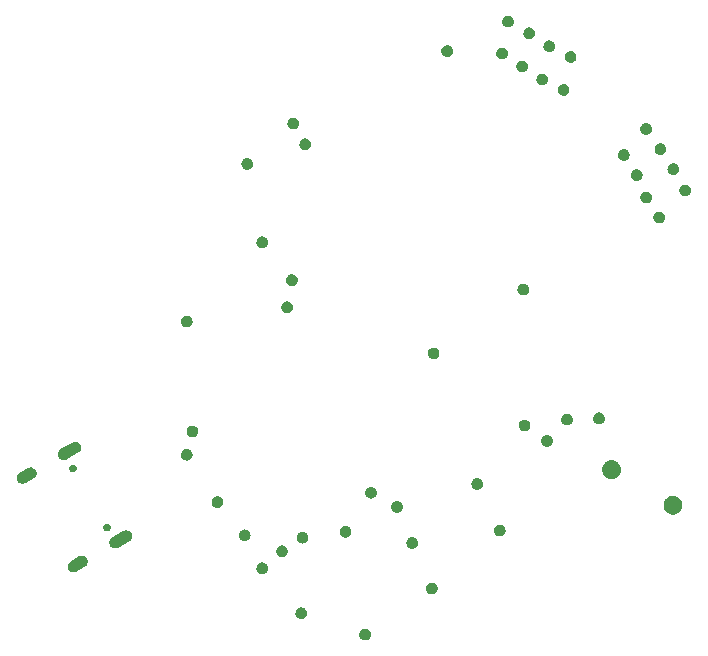
<source format=gbr>
%TF.GenerationSoftware,KiCad,Pcbnew,8.0.3*%
%TF.CreationDate,2024-08-19T15:25:54-04:00*%
%TF.ProjectId,vibrometer_h7,76696272-6f6d-4657-9465-725f68372e6b,rev?*%
%TF.SameCoordinates,Original*%
%TF.FileFunction,Soldermask,Bot*%
%TF.FilePolarity,Negative*%
%FSLAX46Y46*%
G04 Gerber Fmt 4.6, Leading zero omitted, Abs format (unit mm)*
G04 Created by KiCad (PCBNEW 8.0.3) date 2024-08-19 15:25:54*
%MOMM*%
%LPD*%
G01*
G04 APERTURE LIST*
G04 APERTURE END LIST*
G36*
X149136035Y-125005089D02*
G01*
X149171157Y-125005089D01*
X149199702Y-125013470D01*
X149229321Y-125017370D01*
X149269106Y-125033849D01*
X149307708Y-125045184D01*
X149328083Y-125058278D01*
X149349827Y-125067285D01*
X149389671Y-125097859D01*
X149427430Y-125122125D01*
X149439601Y-125136172D01*
X149453309Y-125146690D01*
X149488845Y-125193002D01*
X149520627Y-125229680D01*
X149525974Y-125241390D01*
X149532714Y-125250173D01*
X149559326Y-125314421D01*
X149579746Y-125359134D01*
X149580755Y-125366154D01*
X149582629Y-125370678D01*
X149595900Y-125471484D01*
X149600000Y-125500000D01*
X149595899Y-125528517D01*
X149582629Y-125629321D01*
X149580755Y-125633843D01*
X149579746Y-125640866D01*
X149559324Y-125685583D01*
X149532714Y-125749827D01*
X149525974Y-125758609D01*
X149520627Y-125770320D01*
X149488841Y-125807002D01*
X149453309Y-125853309D01*
X149439604Y-125863824D01*
X149427430Y-125877875D01*
X149389663Y-125902145D01*
X149349827Y-125932714D01*
X149328087Y-125941718D01*
X149307708Y-125954816D01*
X149269097Y-125966152D01*
X149229321Y-125982629D01*
X149199708Y-125986527D01*
X149171157Y-125994911D01*
X149136028Y-125994911D01*
X149100000Y-125999654D01*
X149063972Y-125994911D01*
X149028843Y-125994911D01*
X149000291Y-125986527D01*
X148970678Y-125982629D01*
X148930898Y-125966151D01*
X148892292Y-125954816D01*
X148871913Y-125941719D01*
X148850172Y-125932714D01*
X148810330Y-125902142D01*
X148772570Y-125877875D01*
X148760397Y-125863827D01*
X148746690Y-125853309D01*
X148711149Y-125806992D01*
X148679373Y-125770320D01*
X148674026Y-125758612D01*
X148667285Y-125749827D01*
X148640665Y-125685560D01*
X148620254Y-125640866D01*
X148619244Y-125633847D01*
X148617370Y-125629321D01*
X148604088Y-125528435D01*
X148600000Y-125500000D01*
X148604088Y-125471567D01*
X148617370Y-125370678D01*
X148619245Y-125366151D01*
X148620254Y-125359134D01*
X148640662Y-125314444D01*
X148667285Y-125250173D01*
X148674026Y-125241387D01*
X148679373Y-125229680D01*
X148711145Y-125193012D01*
X148746690Y-125146690D01*
X148760399Y-125136170D01*
X148772570Y-125122125D01*
X148810325Y-125097860D01*
X148850173Y-125067285D01*
X148871916Y-125058278D01*
X148892292Y-125045184D01*
X148930891Y-125033850D01*
X148970678Y-125017370D01*
X149000297Y-125013470D01*
X149028843Y-125005089D01*
X149063965Y-125005089D01*
X149100000Y-125000345D01*
X149136035Y-125005089D01*
G37*
G36*
X143736035Y-123205089D02*
G01*
X143771157Y-123205089D01*
X143799702Y-123213470D01*
X143829321Y-123217370D01*
X143869106Y-123233849D01*
X143907708Y-123245184D01*
X143928083Y-123258278D01*
X143949827Y-123267285D01*
X143989671Y-123297859D01*
X144027430Y-123322125D01*
X144039601Y-123336172D01*
X144053309Y-123346690D01*
X144088845Y-123393002D01*
X144120627Y-123429680D01*
X144125974Y-123441390D01*
X144132714Y-123450173D01*
X144159326Y-123514421D01*
X144179746Y-123559134D01*
X144180755Y-123566154D01*
X144182629Y-123570678D01*
X144195900Y-123671484D01*
X144200000Y-123700000D01*
X144195899Y-123728517D01*
X144182629Y-123829321D01*
X144180755Y-123833843D01*
X144179746Y-123840866D01*
X144159324Y-123885583D01*
X144132714Y-123949827D01*
X144125974Y-123958609D01*
X144120627Y-123970320D01*
X144088841Y-124007002D01*
X144053309Y-124053309D01*
X144039604Y-124063824D01*
X144027430Y-124077875D01*
X143989663Y-124102145D01*
X143949827Y-124132714D01*
X143928087Y-124141718D01*
X143907708Y-124154816D01*
X143869097Y-124166152D01*
X143829321Y-124182629D01*
X143799708Y-124186527D01*
X143771157Y-124194911D01*
X143736028Y-124194911D01*
X143700000Y-124199654D01*
X143663972Y-124194911D01*
X143628843Y-124194911D01*
X143600291Y-124186527D01*
X143570678Y-124182629D01*
X143530898Y-124166151D01*
X143492292Y-124154816D01*
X143471913Y-124141719D01*
X143450172Y-124132714D01*
X143410330Y-124102142D01*
X143372570Y-124077875D01*
X143360397Y-124063827D01*
X143346690Y-124053309D01*
X143311149Y-124006992D01*
X143279373Y-123970320D01*
X143274026Y-123958612D01*
X143267285Y-123949827D01*
X143240665Y-123885560D01*
X143220254Y-123840866D01*
X143219244Y-123833847D01*
X143217370Y-123829321D01*
X143204088Y-123728435D01*
X143200000Y-123700000D01*
X143204088Y-123671567D01*
X143217370Y-123570678D01*
X143219245Y-123566151D01*
X143220254Y-123559134D01*
X143240662Y-123514444D01*
X143267285Y-123450173D01*
X143274026Y-123441387D01*
X143279373Y-123429680D01*
X143311145Y-123393012D01*
X143346690Y-123346690D01*
X143360399Y-123336170D01*
X143372570Y-123322125D01*
X143410325Y-123297860D01*
X143450173Y-123267285D01*
X143471916Y-123258278D01*
X143492292Y-123245184D01*
X143530891Y-123233850D01*
X143570678Y-123217370D01*
X143600297Y-123213470D01*
X143628843Y-123205089D01*
X143663965Y-123205089D01*
X143700000Y-123200345D01*
X143736035Y-123205089D01*
G37*
G36*
X154786035Y-121105089D02*
G01*
X154821157Y-121105089D01*
X154849702Y-121113470D01*
X154879321Y-121117370D01*
X154919106Y-121133849D01*
X154957708Y-121145184D01*
X154978083Y-121158278D01*
X154999827Y-121167285D01*
X155039671Y-121197859D01*
X155077430Y-121222125D01*
X155089601Y-121236172D01*
X155103309Y-121246690D01*
X155138845Y-121293002D01*
X155170627Y-121329680D01*
X155175974Y-121341390D01*
X155182714Y-121350173D01*
X155209326Y-121414421D01*
X155229746Y-121459134D01*
X155230755Y-121466154D01*
X155232629Y-121470678D01*
X155245900Y-121571484D01*
X155250000Y-121600000D01*
X155245899Y-121628517D01*
X155232629Y-121729321D01*
X155230755Y-121733843D01*
X155229746Y-121740866D01*
X155209324Y-121785583D01*
X155182714Y-121849827D01*
X155175974Y-121858609D01*
X155170627Y-121870320D01*
X155138841Y-121907002D01*
X155103309Y-121953309D01*
X155089604Y-121963824D01*
X155077430Y-121977875D01*
X155039663Y-122002145D01*
X154999827Y-122032714D01*
X154978087Y-122041718D01*
X154957708Y-122054816D01*
X154919097Y-122066152D01*
X154879321Y-122082629D01*
X154849708Y-122086527D01*
X154821157Y-122094911D01*
X154786028Y-122094911D01*
X154750000Y-122099654D01*
X154713972Y-122094911D01*
X154678843Y-122094911D01*
X154650291Y-122086527D01*
X154620678Y-122082629D01*
X154580898Y-122066151D01*
X154542292Y-122054816D01*
X154521913Y-122041719D01*
X154500172Y-122032714D01*
X154460330Y-122002142D01*
X154422570Y-121977875D01*
X154410397Y-121963827D01*
X154396690Y-121953309D01*
X154361149Y-121906992D01*
X154329373Y-121870320D01*
X154324026Y-121858612D01*
X154317285Y-121849827D01*
X154290665Y-121785560D01*
X154270254Y-121740866D01*
X154269244Y-121733847D01*
X154267370Y-121729321D01*
X154254088Y-121628435D01*
X154250000Y-121600000D01*
X154254088Y-121571567D01*
X154267370Y-121470678D01*
X154269245Y-121466151D01*
X154270254Y-121459134D01*
X154290662Y-121414444D01*
X154317285Y-121350173D01*
X154324026Y-121341387D01*
X154329373Y-121329680D01*
X154361145Y-121293012D01*
X154396690Y-121246690D01*
X154410399Y-121236170D01*
X154422570Y-121222125D01*
X154460325Y-121197860D01*
X154500173Y-121167285D01*
X154521916Y-121158278D01*
X154542292Y-121145184D01*
X154580891Y-121133850D01*
X154620678Y-121117370D01*
X154650297Y-121113470D01*
X154678843Y-121105089D01*
X154713965Y-121105089D01*
X154750000Y-121100345D01*
X154786035Y-121105089D01*
G37*
G36*
X140436035Y-119405089D02*
G01*
X140471157Y-119405089D01*
X140499702Y-119413470D01*
X140529321Y-119417370D01*
X140569106Y-119433849D01*
X140607708Y-119445184D01*
X140628083Y-119458278D01*
X140649827Y-119467285D01*
X140689671Y-119497859D01*
X140727430Y-119522125D01*
X140739601Y-119536172D01*
X140753309Y-119546690D01*
X140788845Y-119593002D01*
X140820627Y-119629680D01*
X140825974Y-119641390D01*
X140832714Y-119650173D01*
X140859326Y-119714421D01*
X140879746Y-119759134D01*
X140880755Y-119766154D01*
X140882629Y-119770678D01*
X140895900Y-119871484D01*
X140900000Y-119900000D01*
X140895899Y-119928517D01*
X140882629Y-120029321D01*
X140880755Y-120033843D01*
X140879746Y-120040866D01*
X140859324Y-120085583D01*
X140832714Y-120149827D01*
X140825974Y-120158609D01*
X140820627Y-120170320D01*
X140788841Y-120207002D01*
X140753309Y-120253309D01*
X140739604Y-120263824D01*
X140727430Y-120277875D01*
X140689663Y-120302145D01*
X140649827Y-120332714D01*
X140628087Y-120341718D01*
X140607708Y-120354816D01*
X140569097Y-120366152D01*
X140529321Y-120382629D01*
X140499708Y-120386527D01*
X140471157Y-120394911D01*
X140436028Y-120394911D01*
X140400000Y-120399654D01*
X140363972Y-120394911D01*
X140328843Y-120394911D01*
X140300291Y-120386527D01*
X140270678Y-120382629D01*
X140230898Y-120366151D01*
X140192292Y-120354816D01*
X140171913Y-120341719D01*
X140150172Y-120332714D01*
X140110330Y-120302142D01*
X140072570Y-120277875D01*
X140060397Y-120263827D01*
X140046690Y-120253309D01*
X140011149Y-120206992D01*
X139979373Y-120170320D01*
X139974026Y-120158612D01*
X139967285Y-120149827D01*
X139940665Y-120085560D01*
X139920254Y-120040866D01*
X139919244Y-120033847D01*
X139917370Y-120029321D01*
X139904088Y-119928435D01*
X139900000Y-119900000D01*
X139904088Y-119871567D01*
X139917370Y-119770678D01*
X139919245Y-119766151D01*
X139920254Y-119759134D01*
X139940662Y-119714444D01*
X139967285Y-119650173D01*
X139974026Y-119641387D01*
X139979373Y-119629680D01*
X140011145Y-119593012D01*
X140046690Y-119546690D01*
X140060399Y-119536170D01*
X140072570Y-119522125D01*
X140110325Y-119497860D01*
X140150173Y-119467285D01*
X140171916Y-119458278D01*
X140192292Y-119445184D01*
X140230891Y-119433850D01*
X140270678Y-119417370D01*
X140300297Y-119413470D01*
X140328843Y-119405089D01*
X140363965Y-119405089D01*
X140400000Y-119400345D01*
X140436035Y-119405089D01*
G37*
G36*
X125316775Y-118866790D02*
G01*
X125429814Y-118932053D01*
X125522110Y-119024349D01*
X125587373Y-119137388D01*
X125621156Y-119263467D01*
X125621156Y-119393993D01*
X125587373Y-119520072D01*
X125522110Y-119633111D01*
X125429814Y-119725406D01*
X124682613Y-120161743D01*
X124623955Y-120190669D01*
X124497876Y-120224453D01*
X124367350Y-120224453D01*
X124241271Y-120190670D01*
X124128232Y-120125407D01*
X124035937Y-120033110D01*
X123970674Y-119920072D01*
X123936890Y-119793993D01*
X123936890Y-119663467D01*
X123970673Y-119537388D01*
X124035936Y-119424349D01*
X124128233Y-119332054D01*
X124875433Y-118895717D01*
X124934092Y-118866791D01*
X125060170Y-118833007D01*
X125190696Y-118833007D01*
X125316775Y-118866790D01*
G37*
G36*
X142096035Y-117955089D02*
G01*
X142131157Y-117955089D01*
X142159702Y-117963470D01*
X142189321Y-117967370D01*
X142229106Y-117983849D01*
X142267708Y-117995184D01*
X142288083Y-118008278D01*
X142309827Y-118017285D01*
X142349671Y-118047859D01*
X142387430Y-118072125D01*
X142399601Y-118086172D01*
X142413309Y-118096690D01*
X142448845Y-118143002D01*
X142480627Y-118179680D01*
X142485974Y-118191390D01*
X142492714Y-118200173D01*
X142519326Y-118264421D01*
X142539746Y-118309134D01*
X142540755Y-118316154D01*
X142542629Y-118320678D01*
X142555900Y-118421484D01*
X142560000Y-118450000D01*
X142555899Y-118478517D01*
X142542629Y-118579321D01*
X142540755Y-118583843D01*
X142539746Y-118590866D01*
X142519324Y-118635583D01*
X142492714Y-118699827D01*
X142485974Y-118708609D01*
X142480627Y-118720320D01*
X142448841Y-118757002D01*
X142413309Y-118803309D01*
X142399604Y-118813824D01*
X142387430Y-118827875D01*
X142349663Y-118852145D01*
X142309827Y-118882714D01*
X142288087Y-118891718D01*
X142267708Y-118904816D01*
X142229097Y-118916152D01*
X142189321Y-118932629D01*
X142159708Y-118936527D01*
X142131157Y-118944911D01*
X142096028Y-118944911D01*
X142060000Y-118949654D01*
X142023972Y-118944911D01*
X141988843Y-118944911D01*
X141960291Y-118936527D01*
X141930678Y-118932629D01*
X141890898Y-118916151D01*
X141852292Y-118904816D01*
X141831913Y-118891719D01*
X141810172Y-118882714D01*
X141770330Y-118852142D01*
X141732570Y-118827875D01*
X141720397Y-118813827D01*
X141706690Y-118803309D01*
X141671149Y-118756992D01*
X141639373Y-118720320D01*
X141634026Y-118708612D01*
X141627285Y-118699827D01*
X141600665Y-118635560D01*
X141580254Y-118590866D01*
X141579244Y-118583847D01*
X141577370Y-118579321D01*
X141564088Y-118478435D01*
X141560000Y-118450000D01*
X141564088Y-118421567D01*
X141577370Y-118320678D01*
X141579245Y-118316151D01*
X141580254Y-118309134D01*
X141600662Y-118264444D01*
X141627285Y-118200173D01*
X141634026Y-118191387D01*
X141639373Y-118179680D01*
X141671145Y-118143012D01*
X141706690Y-118096690D01*
X141720399Y-118086170D01*
X141732570Y-118072125D01*
X141770325Y-118047860D01*
X141810173Y-118017285D01*
X141831916Y-118008278D01*
X141852292Y-117995184D01*
X141890891Y-117983850D01*
X141930678Y-117967370D01*
X141960297Y-117963470D01*
X141988843Y-117955089D01*
X142023965Y-117955089D01*
X142060000Y-117950345D01*
X142096035Y-117955089D01*
G37*
G36*
X153136035Y-117255089D02*
G01*
X153171157Y-117255089D01*
X153199702Y-117263470D01*
X153229321Y-117267370D01*
X153269106Y-117283849D01*
X153307708Y-117295184D01*
X153328083Y-117308278D01*
X153349827Y-117317285D01*
X153389671Y-117347859D01*
X153427430Y-117372125D01*
X153439601Y-117386172D01*
X153453309Y-117396690D01*
X153488845Y-117443002D01*
X153520627Y-117479680D01*
X153525974Y-117491390D01*
X153532714Y-117500173D01*
X153559326Y-117564421D01*
X153579746Y-117609134D01*
X153580755Y-117616154D01*
X153582629Y-117620678D01*
X153595900Y-117721484D01*
X153600000Y-117750000D01*
X153595899Y-117778517D01*
X153582629Y-117879321D01*
X153580755Y-117883843D01*
X153579746Y-117890866D01*
X153559324Y-117935583D01*
X153532714Y-117999827D01*
X153525974Y-118008609D01*
X153520627Y-118020320D01*
X153488841Y-118057002D01*
X153453309Y-118103309D01*
X153439604Y-118113824D01*
X153427430Y-118127875D01*
X153389663Y-118152145D01*
X153349827Y-118182714D01*
X153328087Y-118191718D01*
X153307708Y-118204816D01*
X153269097Y-118216152D01*
X153229321Y-118232629D01*
X153199708Y-118236527D01*
X153171157Y-118244911D01*
X153136028Y-118244911D01*
X153100000Y-118249654D01*
X153063972Y-118244911D01*
X153028843Y-118244911D01*
X153000291Y-118236527D01*
X152970678Y-118232629D01*
X152930898Y-118216151D01*
X152892292Y-118204816D01*
X152871913Y-118191719D01*
X152850172Y-118182714D01*
X152810330Y-118152142D01*
X152772570Y-118127875D01*
X152760397Y-118113827D01*
X152746690Y-118103309D01*
X152711149Y-118056992D01*
X152679373Y-118020320D01*
X152674026Y-118008612D01*
X152667285Y-117999827D01*
X152640665Y-117935560D01*
X152620254Y-117890866D01*
X152619244Y-117883847D01*
X152617370Y-117879321D01*
X152604088Y-117778435D01*
X152600000Y-117750000D01*
X152604088Y-117721567D01*
X152617370Y-117620678D01*
X152619245Y-117616151D01*
X152620254Y-117609134D01*
X152640662Y-117564444D01*
X152667285Y-117500173D01*
X152674026Y-117491387D01*
X152679373Y-117479680D01*
X152711145Y-117443012D01*
X152746690Y-117396690D01*
X152760399Y-117386170D01*
X152772570Y-117372125D01*
X152810325Y-117347860D01*
X152850173Y-117317285D01*
X152871916Y-117308278D01*
X152892292Y-117295184D01*
X152930891Y-117283850D01*
X152970678Y-117267370D01*
X153000297Y-117263470D01*
X153028843Y-117255089D01*
X153063965Y-117255089D01*
X153100000Y-117250345D01*
X153136035Y-117255089D01*
G37*
G36*
X129066665Y-116701790D02*
G01*
X129179704Y-116767053D01*
X129271999Y-116859350D01*
X129337262Y-116972388D01*
X129371046Y-117098467D01*
X129371046Y-117228993D01*
X129337263Y-117355072D01*
X129272000Y-117468111D01*
X129179703Y-117560406D01*
X128172695Y-118146743D01*
X128114037Y-118175669D01*
X127987958Y-118209453D01*
X127857432Y-118209453D01*
X127731353Y-118175670D01*
X127618314Y-118110407D01*
X127526019Y-118018110D01*
X127460756Y-117905072D01*
X127426972Y-117778993D01*
X127426972Y-117648467D01*
X127460755Y-117522388D01*
X127526018Y-117409349D01*
X127618315Y-117317054D01*
X128625323Y-116730717D01*
X128683981Y-116701791D01*
X128810060Y-116668007D01*
X128940586Y-116668007D01*
X129066665Y-116701790D01*
G37*
G36*
X143836035Y-116805089D02*
G01*
X143871157Y-116805089D01*
X143899702Y-116813470D01*
X143929321Y-116817370D01*
X143969106Y-116833849D01*
X144007708Y-116845184D01*
X144028083Y-116858278D01*
X144049827Y-116867285D01*
X144089671Y-116897859D01*
X144127430Y-116922125D01*
X144139601Y-116936172D01*
X144153309Y-116946690D01*
X144188845Y-116993002D01*
X144220627Y-117029680D01*
X144225974Y-117041390D01*
X144232714Y-117050173D01*
X144259326Y-117114421D01*
X144279746Y-117159134D01*
X144280755Y-117166154D01*
X144282629Y-117170678D01*
X144295900Y-117271484D01*
X144300000Y-117300000D01*
X144295899Y-117328517D01*
X144282629Y-117429321D01*
X144280755Y-117433843D01*
X144279746Y-117440866D01*
X144259324Y-117485583D01*
X144232714Y-117549827D01*
X144225974Y-117558609D01*
X144220627Y-117570320D01*
X144188841Y-117607002D01*
X144153309Y-117653309D01*
X144139604Y-117663824D01*
X144127430Y-117677875D01*
X144089663Y-117702145D01*
X144049827Y-117732714D01*
X144028087Y-117741718D01*
X144007708Y-117754816D01*
X143969097Y-117766152D01*
X143929321Y-117782629D01*
X143899708Y-117786527D01*
X143871157Y-117794911D01*
X143836028Y-117794911D01*
X143800000Y-117799654D01*
X143763972Y-117794911D01*
X143728843Y-117794911D01*
X143700291Y-117786527D01*
X143670678Y-117782629D01*
X143630898Y-117766151D01*
X143592292Y-117754816D01*
X143571913Y-117741719D01*
X143550172Y-117732714D01*
X143510330Y-117702142D01*
X143472570Y-117677875D01*
X143460397Y-117663827D01*
X143446690Y-117653309D01*
X143411149Y-117606992D01*
X143379373Y-117570320D01*
X143374026Y-117558612D01*
X143367285Y-117549827D01*
X143340665Y-117485560D01*
X143320254Y-117440866D01*
X143319244Y-117433847D01*
X143317370Y-117429321D01*
X143304088Y-117328435D01*
X143300000Y-117300000D01*
X143304088Y-117271567D01*
X143317370Y-117170678D01*
X143319245Y-117166151D01*
X143320254Y-117159134D01*
X143340662Y-117114444D01*
X143367285Y-117050173D01*
X143374026Y-117041387D01*
X143379373Y-117029680D01*
X143411145Y-116993012D01*
X143446690Y-116946690D01*
X143460399Y-116936170D01*
X143472570Y-116922125D01*
X143510325Y-116897860D01*
X143550173Y-116867285D01*
X143571916Y-116858278D01*
X143592292Y-116845184D01*
X143630891Y-116833850D01*
X143670678Y-116817370D01*
X143700297Y-116813470D01*
X143728843Y-116805089D01*
X143763965Y-116805089D01*
X143800000Y-116800345D01*
X143836035Y-116805089D01*
G37*
G36*
X138936035Y-116605089D02*
G01*
X138971157Y-116605089D01*
X138999702Y-116613470D01*
X139029321Y-116617370D01*
X139069106Y-116633849D01*
X139107708Y-116645184D01*
X139128083Y-116658278D01*
X139149827Y-116667285D01*
X139189671Y-116697859D01*
X139227430Y-116722125D01*
X139239601Y-116736172D01*
X139253309Y-116746690D01*
X139288845Y-116793002D01*
X139320627Y-116829680D01*
X139325974Y-116841390D01*
X139332714Y-116850173D01*
X139359326Y-116914421D01*
X139379746Y-116959134D01*
X139380755Y-116966154D01*
X139382629Y-116970678D01*
X139395900Y-117071484D01*
X139400000Y-117100000D01*
X139395899Y-117128517D01*
X139382629Y-117229321D01*
X139380755Y-117233843D01*
X139379746Y-117240866D01*
X139359324Y-117285583D01*
X139332714Y-117349827D01*
X139325974Y-117358609D01*
X139320627Y-117370320D01*
X139288841Y-117407002D01*
X139253309Y-117453309D01*
X139239604Y-117463824D01*
X139227430Y-117477875D01*
X139189663Y-117502145D01*
X139149827Y-117532714D01*
X139128087Y-117541718D01*
X139107708Y-117554816D01*
X139069097Y-117566152D01*
X139029321Y-117582629D01*
X138999708Y-117586527D01*
X138971157Y-117594911D01*
X138936028Y-117594911D01*
X138900000Y-117599654D01*
X138863972Y-117594911D01*
X138828843Y-117594911D01*
X138800291Y-117586527D01*
X138770678Y-117582629D01*
X138730898Y-117566151D01*
X138692292Y-117554816D01*
X138671913Y-117541719D01*
X138650172Y-117532714D01*
X138610330Y-117502142D01*
X138572570Y-117477875D01*
X138560397Y-117463827D01*
X138546690Y-117453309D01*
X138511149Y-117406992D01*
X138479373Y-117370320D01*
X138474026Y-117358612D01*
X138467285Y-117349827D01*
X138440665Y-117285560D01*
X138420254Y-117240866D01*
X138419244Y-117233847D01*
X138417370Y-117229321D01*
X138404088Y-117128435D01*
X138400000Y-117100000D01*
X138404088Y-117071567D01*
X138417370Y-116970678D01*
X138419245Y-116966151D01*
X138420254Y-116959134D01*
X138440662Y-116914444D01*
X138467285Y-116850173D01*
X138474026Y-116841387D01*
X138479373Y-116829680D01*
X138511145Y-116793012D01*
X138546690Y-116746690D01*
X138560399Y-116736170D01*
X138572570Y-116722125D01*
X138610325Y-116697860D01*
X138650173Y-116667285D01*
X138671916Y-116658278D01*
X138692292Y-116645184D01*
X138730891Y-116633850D01*
X138770678Y-116617370D01*
X138800297Y-116613470D01*
X138828843Y-116605089D01*
X138863965Y-116605089D01*
X138900000Y-116600345D01*
X138936035Y-116605089D01*
G37*
G36*
X147486035Y-116305089D02*
G01*
X147521157Y-116305089D01*
X147549702Y-116313470D01*
X147579321Y-116317370D01*
X147619106Y-116333849D01*
X147657708Y-116345184D01*
X147678083Y-116358278D01*
X147699827Y-116367285D01*
X147739671Y-116397859D01*
X147777430Y-116422125D01*
X147789601Y-116436172D01*
X147803309Y-116446690D01*
X147838845Y-116493002D01*
X147870627Y-116529680D01*
X147875974Y-116541390D01*
X147882714Y-116550173D01*
X147909326Y-116614421D01*
X147929746Y-116659134D01*
X147930755Y-116666154D01*
X147932629Y-116670678D01*
X147945900Y-116771484D01*
X147950000Y-116800000D01*
X147945899Y-116828517D01*
X147932629Y-116929321D01*
X147930755Y-116933843D01*
X147929746Y-116940866D01*
X147909324Y-116985583D01*
X147882714Y-117049827D01*
X147875974Y-117058609D01*
X147870627Y-117070320D01*
X147838841Y-117107002D01*
X147803309Y-117153309D01*
X147789604Y-117163824D01*
X147777430Y-117177875D01*
X147739663Y-117202145D01*
X147699827Y-117232714D01*
X147678087Y-117241718D01*
X147657708Y-117254816D01*
X147619097Y-117266152D01*
X147579321Y-117282629D01*
X147549708Y-117286527D01*
X147521157Y-117294911D01*
X147486028Y-117294911D01*
X147450000Y-117299654D01*
X147413972Y-117294911D01*
X147378843Y-117294911D01*
X147350291Y-117286527D01*
X147320678Y-117282629D01*
X147280898Y-117266151D01*
X147242292Y-117254816D01*
X147221913Y-117241719D01*
X147200172Y-117232714D01*
X147160330Y-117202142D01*
X147122570Y-117177875D01*
X147110397Y-117163827D01*
X147096690Y-117153309D01*
X147061149Y-117106992D01*
X147029373Y-117070320D01*
X147024026Y-117058612D01*
X147017285Y-117049827D01*
X146990665Y-116985560D01*
X146970254Y-116940866D01*
X146969244Y-116933847D01*
X146967370Y-116929321D01*
X146954088Y-116828435D01*
X146950000Y-116800000D01*
X146954088Y-116771567D01*
X146967370Y-116670678D01*
X146969245Y-116666151D01*
X146970254Y-116659134D01*
X146990662Y-116614444D01*
X147017285Y-116550173D01*
X147024026Y-116541387D01*
X147029373Y-116529680D01*
X147061145Y-116493012D01*
X147096690Y-116446690D01*
X147110399Y-116436170D01*
X147122570Y-116422125D01*
X147160325Y-116397860D01*
X147200173Y-116367285D01*
X147221916Y-116358278D01*
X147242292Y-116345184D01*
X147280891Y-116333850D01*
X147320678Y-116317370D01*
X147350297Y-116313470D01*
X147378843Y-116305089D01*
X147413965Y-116305089D01*
X147450000Y-116300345D01*
X147486035Y-116305089D01*
G37*
G36*
X160536035Y-116205089D02*
G01*
X160571157Y-116205089D01*
X160599702Y-116213470D01*
X160629321Y-116217370D01*
X160669106Y-116233849D01*
X160707708Y-116245184D01*
X160728083Y-116258278D01*
X160749827Y-116267285D01*
X160789671Y-116297859D01*
X160827430Y-116322125D01*
X160839601Y-116336172D01*
X160853309Y-116346690D01*
X160888845Y-116393002D01*
X160920627Y-116429680D01*
X160925974Y-116441390D01*
X160932714Y-116450173D01*
X160959326Y-116514421D01*
X160979746Y-116559134D01*
X160980755Y-116566154D01*
X160982629Y-116570678D01*
X160995900Y-116671484D01*
X161000000Y-116700000D01*
X160995899Y-116728517D01*
X160982629Y-116829321D01*
X160980755Y-116833843D01*
X160979746Y-116840866D01*
X160959324Y-116885583D01*
X160932714Y-116949827D01*
X160925974Y-116958609D01*
X160920627Y-116970320D01*
X160888841Y-117007002D01*
X160853309Y-117053309D01*
X160839604Y-117063824D01*
X160827430Y-117077875D01*
X160789663Y-117102145D01*
X160749827Y-117132714D01*
X160728087Y-117141718D01*
X160707708Y-117154816D01*
X160669097Y-117166152D01*
X160629321Y-117182629D01*
X160599708Y-117186527D01*
X160571157Y-117194911D01*
X160536028Y-117194911D01*
X160500000Y-117199654D01*
X160463972Y-117194911D01*
X160428843Y-117194911D01*
X160400291Y-117186527D01*
X160370678Y-117182629D01*
X160330898Y-117166151D01*
X160292292Y-117154816D01*
X160271913Y-117141719D01*
X160250172Y-117132714D01*
X160210330Y-117102142D01*
X160172570Y-117077875D01*
X160160397Y-117063827D01*
X160146690Y-117053309D01*
X160111149Y-117006992D01*
X160079373Y-116970320D01*
X160074026Y-116958612D01*
X160067285Y-116949827D01*
X160040665Y-116885560D01*
X160020254Y-116840866D01*
X160019244Y-116833847D01*
X160017370Y-116829321D01*
X160004088Y-116728435D01*
X160000000Y-116700000D01*
X160004088Y-116671567D01*
X160017370Y-116570678D01*
X160019245Y-116566151D01*
X160020254Y-116559134D01*
X160040662Y-116514444D01*
X160067285Y-116450173D01*
X160074026Y-116441387D01*
X160079373Y-116429680D01*
X160111145Y-116393012D01*
X160146690Y-116346690D01*
X160160399Y-116336170D01*
X160172570Y-116322125D01*
X160210325Y-116297860D01*
X160250173Y-116267285D01*
X160271916Y-116258278D01*
X160292292Y-116245184D01*
X160330891Y-116233850D01*
X160370678Y-116217370D01*
X160400297Y-116213470D01*
X160428843Y-116205089D01*
X160463965Y-116205089D01*
X160500000Y-116200345D01*
X160536035Y-116205089D01*
G37*
G36*
X127279022Y-116130250D02*
G01*
X127307432Y-116130250D01*
X127329319Y-116138216D01*
X127351274Y-116141694D01*
X127382283Y-116157494D01*
X127413496Y-116168855D01*
X127427280Y-116180421D01*
X127441730Y-116187784D01*
X127471327Y-116217381D01*
X127499960Y-116241407D01*
X127506253Y-116252307D01*
X127513524Y-116259578D01*
X127536607Y-116304882D01*
X127556396Y-116339156D01*
X127557626Y-116346132D01*
X127559614Y-116350034D01*
X127571091Y-116422496D01*
X127575996Y-116450313D01*
X127571090Y-116478131D01*
X127559614Y-116550591D01*
X127557626Y-116554491D01*
X127556396Y-116561470D01*
X127536603Y-116595751D01*
X127513524Y-116641047D01*
X127506254Y-116648316D01*
X127499960Y-116659219D01*
X127471320Y-116683250D01*
X127441730Y-116712841D01*
X127427283Y-116720201D01*
X127413496Y-116731771D01*
X127382277Y-116743133D01*
X127351274Y-116758931D01*
X127329324Y-116762407D01*
X127307432Y-116770376D01*
X127279016Y-116770376D01*
X127250996Y-116774814D01*
X127222976Y-116770376D01*
X127194560Y-116770376D01*
X127172667Y-116762407D01*
X127150717Y-116758931D01*
X127119711Y-116743132D01*
X127088496Y-116731771D01*
X127074710Y-116720203D01*
X127060261Y-116712841D01*
X127030664Y-116683244D01*
X127002032Y-116659219D01*
X126995738Y-116648318D01*
X126988467Y-116641047D01*
X126965379Y-116595736D01*
X126945596Y-116561470D01*
X126944366Y-116554494D01*
X126942377Y-116550591D01*
X126930891Y-116478076D01*
X126925996Y-116450313D01*
X126930890Y-116422552D01*
X126942377Y-116350034D01*
X126944366Y-116346129D01*
X126945596Y-116339156D01*
X126965375Y-116304897D01*
X126988467Y-116259578D01*
X126995739Y-116252305D01*
X127002032Y-116241407D01*
X127030658Y-116217386D01*
X127060261Y-116187784D01*
X127074713Y-116180420D01*
X127088496Y-116168855D01*
X127119704Y-116157495D01*
X127150717Y-116141694D01*
X127172672Y-116138216D01*
X127194560Y-116130250D01*
X127222970Y-116130250D01*
X127250996Y-116125811D01*
X127279022Y-116130250D01*
G37*
G36*
X175205907Y-113754602D02*
G01*
X175248664Y-113754602D01*
X175296901Y-113764854D01*
X175343081Y-113770058D01*
X175376655Y-113781806D01*
X175412209Y-113789363D01*
X175463445Y-113812175D01*
X175512171Y-113829225D01*
X175537536Y-113845163D01*
X175564953Y-113857370D01*
X175616075Y-113894512D01*
X175663856Y-113924535D01*
X175681013Y-113941692D01*
X175700223Y-113955649D01*
X175747712Y-114008391D01*
X175790529Y-114051208D01*
X175800377Y-114066882D01*
X175812099Y-114079900D01*
X175852197Y-114149352D01*
X175885839Y-114202893D01*
X175890039Y-114214897D01*
X175895699Y-114224700D01*
X175924684Y-114313908D01*
X175945006Y-114371983D01*
X175945776Y-114378820D01*
X175947366Y-114383713D01*
X175961775Y-114520818D01*
X175965064Y-114550000D01*
X175961775Y-114579184D01*
X175947366Y-114716286D01*
X175945776Y-114721177D01*
X175945006Y-114728017D01*
X175924680Y-114786104D01*
X175895699Y-114875299D01*
X175890040Y-114885099D01*
X175885839Y-114897107D01*
X175852190Y-114950658D01*
X175812099Y-115020099D01*
X175800379Y-115033114D01*
X175790529Y-115048792D01*
X175747703Y-115091617D01*
X175700223Y-115144350D01*
X175681017Y-115158303D01*
X175663856Y-115175465D01*
X175616065Y-115205493D01*
X175564953Y-115242629D01*
X175537542Y-115254833D01*
X175512171Y-115270775D01*
X175463434Y-115287828D01*
X175412209Y-115310636D01*
X175376661Y-115318191D01*
X175343081Y-115329942D01*
X175296898Y-115335145D01*
X175248664Y-115345398D01*
X175205907Y-115345398D01*
X175165064Y-115350000D01*
X175124221Y-115345398D01*
X175081464Y-115345398D01*
X175033228Y-115335145D01*
X174987047Y-115329942D01*
X174953467Y-115318192D01*
X174917918Y-115310636D01*
X174866688Y-115287826D01*
X174817957Y-115270775D01*
X174792588Y-115254834D01*
X174765174Y-115242629D01*
X174714055Y-115205489D01*
X174666272Y-115175465D01*
X174649113Y-115158306D01*
X174629904Y-115144350D01*
X174582414Y-115091607D01*
X174539599Y-115048792D01*
X174529750Y-115033118D01*
X174518028Y-115020099D01*
X174477925Y-114950639D01*
X174444289Y-114897107D01*
X174440089Y-114885104D01*
X174434428Y-114875299D01*
X174405433Y-114786064D01*
X174385122Y-114728017D01*
X174384351Y-114721182D01*
X174382761Y-114716286D01*
X174368337Y-114579052D01*
X174365064Y-114550000D01*
X174368337Y-114520950D01*
X174382761Y-114383713D01*
X174384352Y-114378816D01*
X174385122Y-114371983D01*
X174405429Y-114313948D01*
X174434428Y-114224700D01*
X174440089Y-114214893D01*
X174444289Y-114202893D01*
X174477918Y-114149371D01*
X174518028Y-114079900D01*
X174529752Y-114066878D01*
X174539599Y-114051208D01*
X174582405Y-114008401D01*
X174629904Y-113955649D01*
X174649116Y-113941690D01*
X174666272Y-113924535D01*
X174714049Y-113894514D01*
X174765175Y-113857370D01*
X174792591Y-113845162D01*
X174817957Y-113829225D01*
X174866679Y-113812176D01*
X174917918Y-113789363D01*
X174953473Y-113781805D01*
X174987047Y-113770058D01*
X175033225Y-113764854D01*
X175081464Y-113754602D01*
X175124221Y-113754602D01*
X175165064Y-113750000D01*
X175205907Y-113754602D01*
G37*
G36*
X151836035Y-114205089D02*
G01*
X151871157Y-114205089D01*
X151899702Y-114213470D01*
X151929321Y-114217370D01*
X151969106Y-114233849D01*
X152007708Y-114245184D01*
X152028083Y-114258278D01*
X152049827Y-114267285D01*
X152089671Y-114297859D01*
X152127430Y-114322125D01*
X152139601Y-114336172D01*
X152153309Y-114346690D01*
X152188845Y-114393002D01*
X152220627Y-114429680D01*
X152225974Y-114441390D01*
X152232714Y-114450173D01*
X152259326Y-114514421D01*
X152279746Y-114559134D01*
X152280755Y-114566154D01*
X152282629Y-114570678D01*
X152295900Y-114671484D01*
X152300000Y-114700000D01*
X152295899Y-114728517D01*
X152282629Y-114829321D01*
X152280755Y-114833843D01*
X152279746Y-114840866D01*
X152259324Y-114885583D01*
X152232714Y-114949827D01*
X152225974Y-114958609D01*
X152220627Y-114970320D01*
X152188841Y-115007002D01*
X152153309Y-115053309D01*
X152139604Y-115063824D01*
X152127430Y-115077875D01*
X152089663Y-115102145D01*
X152049827Y-115132714D01*
X152028087Y-115141718D01*
X152007708Y-115154816D01*
X151969097Y-115166152D01*
X151929321Y-115182629D01*
X151899708Y-115186527D01*
X151871157Y-115194911D01*
X151836028Y-115194911D01*
X151800000Y-115199654D01*
X151763972Y-115194911D01*
X151728843Y-115194911D01*
X151700291Y-115186527D01*
X151670678Y-115182629D01*
X151630898Y-115166151D01*
X151592292Y-115154816D01*
X151571913Y-115141719D01*
X151550172Y-115132714D01*
X151510330Y-115102142D01*
X151472570Y-115077875D01*
X151460397Y-115063827D01*
X151446690Y-115053309D01*
X151411149Y-115006992D01*
X151379373Y-114970320D01*
X151374026Y-114958612D01*
X151367285Y-114949827D01*
X151340665Y-114885560D01*
X151320254Y-114840866D01*
X151319244Y-114833847D01*
X151317370Y-114829321D01*
X151304088Y-114728435D01*
X151300000Y-114700000D01*
X151304088Y-114671567D01*
X151317370Y-114570678D01*
X151319245Y-114566151D01*
X151320254Y-114559134D01*
X151340662Y-114514444D01*
X151367285Y-114450173D01*
X151374026Y-114441387D01*
X151379373Y-114429680D01*
X151411145Y-114393012D01*
X151446690Y-114346690D01*
X151460399Y-114336170D01*
X151472570Y-114322125D01*
X151510325Y-114297860D01*
X151550173Y-114267285D01*
X151571916Y-114258278D01*
X151592292Y-114245184D01*
X151630891Y-114233850D01*
X151670678Y-114217370D01*
X151700297Y-114213470D01*
X151728843Y-114205089D01*
X151763965Y-114205089D01*
X151800000Y-114200345D01*
X151836035Y-114205089D01*
G37*
G36*
X136636035Y-113805089D02*
G01*
X136671157Y-113805089D01*
X136699702Y-113813470D01*
X136729321Y-113817370D01*
X136769106Y-113833849D01*
X136807708Y-113845184D01*
X136828083Y-113858278D01*
X136849827Y-113867285D01*
X136889671Y-113897859D01*
X136927430Y-113922125D01*
X136939601Y-113936172D01*
X136953309Y-113946690D01*
X136988845Y-113993002D01*
X137020627Y-114029680D01*
X137025974Y-114041390D01*
X137032714Y-114050173D01*
X137059326Y-114114421D01*
X137079746Y-114159134D01*
X137080755Y-114166154D01*
X137082629Y-114170678D01*
X137095900Y-114271484D01*
X137100000Y-114300000D01*
X137095899Y-114328517D01*
X137082629Y-114429321D01*
X137080755Y-114433843D01*
X137079746Y-114440866D01*
X137059324Y-114485583D01*
X137032714Y-114549827D01*
X137025974Y-114558609D01*
X137020627Y-114570320D01*
X136988841Y-114607002D01*
X136953309Y-114653309D01*
X136939604Y-114663824D01*
X136927430Y-114677875D01*
X136889663Y-114702145D01*
X136849827Y-114732714D01*
X136828087Y-114741718D01*
X136807708Y-114754816D01*
X136769097Y-114766152D01*
X136729321Y-114782629D01*
X136699708Y-114786527D01*
X136671157Y-114794911D01*
X136636028Y-114794911D01*
X136600000Y-114799654D01*
X136563972Y-114794911D01*
X136528843Y-114794911D01*
X136500291Y-114786527D01*
X136470678Y-114782629D01*
X136430898Y-114766151D01*
X136392292Y-114754816D01*
X136371913Y-114741719D01*
X136350172Y-114732714D01*
X136310330Y-114702142D01*
X136272570Y-114677875D01*
X136260397Y-114663827D01*
X136246690Y-114653309D01*
X136211149Y-114606992D01*
X136179373Y-114570320D01*
X136174026Y-114558612D01*
X136167285Y-114549827D01*
X136140665Y-114485560D01*
X136120254Y-114440866D01*
X136119244Y-114433847D01*
X136117370Y-114429321D01*
X136104088Y-114328435D01*
X136100000Y-114300000D01*
X136104088Y-114271567D01*
X136117370Y-114170678D01*
X136119245Y-114166151D01*
X136120254Y-114159134D01*
X136140662Y-114114444D01*
X136167285Y-114050173D01*
X136174026Y-114041387D01*
X136179373Y-114029680D01*
X136211145Y-113993012D01*
X136246690Y-113946690D01*
X136260399Y-113936170D01*
X136272570Y-113922125D01*
X136310325Y-113897860D01*
X136350173Y-113867285D01*
X136371916Y-113858278D01*
X136392292Y-113845184D01*
X136430891Y-113833850D01*
X136470678Y-113817370D01*
X136500297Y-113813470D01*
X136528843Y-113805089D01*
X136563965Y-113805089D01*
X136600000Y-113800345D01*
X136636035Y-113805089D01*
G37*
G36*
X149636035Y-113005089D02*
G01*
X149671157Y-113005089D01*
X149699702Y-113013470D01*
X149729321Y-113017370D01*
X149769106Y-113033849D01*
X149807708Y-113045184D01*
X149828083Y-113058278D01*
X149849827Y-113067285D01*
X149889671Y-113097859D01*
X149927430Y-113122125D01*
X149939601Y-113136172D01*
X149953309Y-113146690D01*
X149988845Y-113193002D01*
X150020627Y-113229680D01*
X150025974Y-113241390D01*
X150032714Y-113250173D01*
X150059326Y-113314421D01*
X150079746Y-113359134D01*
X150080755Y-113366154D01*
X150082629Y-113370678D01*
X150095900Y-113471484D01*
X150100000Y-113500000D01*
X150095899Y-113528517D01*
X150082629Y-113629321D01*
X150080755Y-113633843D01*
X150079746Y-113640866D01*
X150059324Y-113685583D01*
X150032714Y-113749827D01*
X150025974Y-113758609D01*
X150020627Y-113770320D01*
X149988841Y-113807002D01*
X149953309Y-113853309D01*
X149939604Y-113863824D01*
X149927430Y-113877875D01*
X149889663Y-113902145D01*
X149849827Y-113932714D01*
X149828087Y-113941718D01*
X149807708Y-113954816D01*
X149769097Y-113966152D01*
X149729321Y-113982629D01*
X149699708Y-113986527D01*
X149671157Y-113994911D01*
X149636028Y-113994911D01*
X149600000Y-113999654D01*
X149563972Y-113994911D01*
X149528843Y-113994911D01*
X149500291Y-113986527D01*
X149470678Y-113982629D01*
X149430898Y-113966151D01*
X149392292Y-113954816D01*
X149371913Y-113941719D01*
X149350172Y-113932714D01*
X149310330Y-113902142D01*
X149272570Y-113877875D01*
X149260397Y-113863827D01*
X149246690Y-113853309D01*
X149211149Y-113806992D01*
X149179373Y-113770320D01*
X149174026Y-113758612D01*
X149167285Y-113749827D01*
X149140665Y-113685560D01*
X149120254Y-113640866D01*
X149119244Y-113633847D01*
X149117370Y-113629321D01*
X149104088Y-113528435D01*
X149100000Y-113500000D01*
X149104088Y-113471567D01*
X149117370Y-113370678D01*
X149119245Y-113366151D01*
X149120254Y-113359134D01*
X149140662Y-113314444D01*
X149167285Y-113250173D01*
X149174026Y-113241387D01*
X149179373Y-113229680D01*
X149211145Y-113193012D01*
X149246690Y-113146690D01*
X149260399Y-113136170D01*
X149272570Y-113122125D01*
X149310325Y-113097860D01*
X149350173Y-113067285D01*
X149371916Y-113058278D01*
X149392292Y-113045184D01*
X149430891Y-113033850D01*
X149470678Y-113017370D01*
X149500297Y-113013470D01*
X149528843Y-113005089D01*
X149563965Y-113005089D01*
X149600000Y-113000345D01*
X149636035Y-113005089D01*
G37*
G36*
X158636035Y-112255089D02*
G01*
X158671157Y-112255089D01*
X158699702Y-112263470D01*
X158729321Y-112267370D01*
X158769106Y-112283849D01*
X158807708Y-112295184D01*
X158828083Y-112308278D01*
X158849827Y-112317285D01*
X158889671Y-112347859D01*
X158927430Y-112372125D01*
X158939601Y-112386172D01*
X158953309Y-112396690D01*
X158988845Y-112443002D01*
X159020627Y-112479680D01*
X159025974Y-112491390D01*
X159032714Y-112500173D01*
X159059326Y-112564421D01*
X159079746Y-112609134D01*
X159080755Y-112616154D01*
X159082629Y-112620678D01*
X159095900Y-112721484D01*
X159100000Y-112750000D01*
X159095899Y-112778517D01*
X159082629Y-112879321D01*
X159080755Y-112883843D01*
X159079746Y-112890866D01*
X159059324Y-112935583D01*
X159032714Y-112999827D01*
X159025974Y-113008609D01*
X159020627Y-113020320D01*
X158988841Y-113057002D01*
X158953309Y-113103309D01*
X158939604Y-113113824D01*
X158927430Y-113127875D01*
X158889663Y-113152145D01*
X158849827Y-113182714D01*
X158828087Y-113191718D01*
X158807708Y-113204816D01*
X158769097Y-113216152D01*
X158729321Y-113232629D01*
X158699708Y-113236527D01*
X158671157Y-113244911D01*
X158636028Y-113244911D01*
X158600000Y-113249654D01*
X158563972Y-113244911D01*
X158528843Y-113244911D01*
X158500291Y-113236527D01*
X158470678Y-113232629D01*
X158430898Y-113216151D01*
X158392292Y-113204816D01*
X158371913Y-113191719D01*
X158350172Y-113182714D01*
X158310330Y-113152142D01*
X158272570Y-113127875D01*
X158260397Y-113113827D01*
X158246690Y-113103309D01*
X158211149Y-113056992D01*
X158179373Y-113020320D01*
X158174026Y-113008612D01*
X158167285Y-112999827D01*
X158140665Y-112935560D01*
X158120254Y-112890866D01*
X158119244Y-112883847D01*
X158117370Y-112879321D01*
X158104088Y-112778435D01*
X158100000Y-112750000D01*
X158104088Y-112721567D01*
X158117370Y-112620678D01*
X158119245Y-112616151D01*
X158120254Y-112609134D01*
X158140662Y-112564444D01*
X158167285Y-112500173D01*
X158174026Y-112491387D01*
X158179373Y-112479680D01*
X158211145Y-112443012D01*
X158246690Y-112396690D01*
X158260399Y-112386170D01*
X158272570Y-112372125D01*
X158310325Y-112347860D01*
X158350173Y-112317285D01*
X158371916Y-112308278D01*
X158392292Y-112295184D01*
X158430891Y-112283850D01*
X158470678Y-112267370D01*
X158500297Y-112263470D01*
X158528843Y-112255089D01*
X158563965Y-112255089D01*
X158600000Y-112250345D01*
X158636035Y-112255089D01*
G37*
G36*
X120996775Y-111384330D02*
G01*
X121109814Y-111449593D01*
X121202110Y-111541889D01*
X121267373Y-111654928D01*
X121301156Y-111781007D01*
X121301156Y-111911533D01*
X121267373Y-112037612D01*
X121202110Y-112150651D01*
X121109814Y-112242946D01*
X120362613Y-112679283D01*
X120303955Y-112708209D01*
X120177876Y-112741993D01*
X120047350Y-112741993D01*
X119921271Y-112708210D01*
X119808232Y-112642947D01*
X119715937Y-112550650D01*
X119650674Y-112437612D01*
X119616890Y-112311533D01*
X119616890Y-112181007D01*
X119650673Y-112054928D01*
X119715936Y-111941889D01*
X119808233Y-111849594D01*
X120555433Y-111413257D01*
X120614092Y-111384331D01*
X120740170Y-111350547D01*
X120870696Y-111350547D01*
X120996775Y-111384330D01*
G37*
G36*
X170006094Y-110740942D02*
G01*
X170048851Y-110740942D01*
X170097088Y-110751194D01*
X170143268Y-110756398D01*
X170176842Y-110768146D01*
X170212396Y-110775703D01*
X170263632Y-110798515D01*
X170312358Y-110815565D01*
X170337723Y-110831503D01*
X170365140Y-110843710D01*
X170416262Y-110880852D01*
X170464043Y-110910875D01*
X170481200Y-110928032D01*
X170500410Y-110941989D01*
X170547899Y-110994731D01*
X170590716Y-111037548D01*
X170600564Y-111053222D01*
X170612286Y-111066240D01*
X170652384Y-111135692D01*
X170686026Y-111189233D01*
X170690226Y-111201237D01*
X170695886Y-111211040D01*
X170724871Y-111300248D01*
X170745193Y-111358323D01*
X170745963Y-111365160D01*
X170747553Y-111370053D01*
X170761962Y-111507158D01*
X170765251Y-111536340D01*
X170761962Y-111565524D01*
X170747553Y-111702626D01*
X170745963Y-111707517D01*
X170745193Y-111714357D01*
X170724867Y-111772444D01*
X170695886Y-111861639D01*
X170690227Y-111871439D01*
X170686026Y-111883447D01*
X170652377Y-111936998D01*
X170612286Y-112006439D01*
X170600566Y-112019454D01*
X170590716Y-112035132D01*
X170547890Y-112077957D01*
X170500410Y-112130690D01*
X170481204Y-112144643D01*
X170464043Y-112161805D01*
X170416252Y-112191833D01*
X170365140Y-112228969D01*
X170337729Y-112241173D01*
X170312358Y-112257115D01*
X170263621Y-112274168D01*
X170212396Y-112296976D01*
X170176848Y-112304531D01*
X170143268Y-112316282D01*
X170097085Y-112321485D01*
X170048851Y-112331738D01*
X170006094Y-112331738D01*
X169965251Y-112336340D01*
X169924408Y-112331738D01*
X169881651Y-112331738D01*
X169833415Y-112321485D01*
X169787234Y-112316282D01*
X169753654Y-112304532D01*
X169718105Y-112296976D01*
X169666875Y-112274166D01*
X169618144Y-112257115D01*
X169592775Y-112241174D01*
X169565361Y-112228969D01*
X169514242Y-112191829D01*
X169466459Y-112161805D01*
X169449300Y-112144646D01*
X169430091Y-112130690D01*
X169382601Y-112077947D01*
X169339786Y-112035132D01*
X169329937Y-112019458D01*
X169318215Y-112006439D01*
X169278112Y-111936979D01*
X169244476Y-111883447D01*
X169240276Y-111871444D01*
X169234615Y-111861639D01*
X169205620Y-111772404D01*
X169185309Y-111714357D01*
X169184538Y-111707522D01*
X169182948Y-111702626D01*
X169168524Y-111565392D01*
X169165251Y-111536340D01*
X169168524Y-111507290D01*
X169182948Y-111370053D01*
X169184539Y-111365156D01*
X169185309Y-111358323D01*
X169205616Y-111300288D01*
X169234615Y-111211040D01*
X169240276Y-111201233D01*
X169244476Y-111189233D01*
X169278105Y-111135711D01*
X169318215Y-111066240D01*
X169329939Y-111053218D01*
X169339786Y-111037548D01*
X169382592Y-110994741D01*
X169430091Y-110941989D01*
X169449303Y-110928030D01*
X169466459Y-110910875D01*
X169514236Y-110880854D01*
X169565362Y-110843710D01*
X169592778Y-110831502D01*
X169618144Y-110815565D01*
X169666866Y-110798516D01*
X169718105Y-110775703D01*
X169753660Y-110768145D01*
X169787234Y-110756398D01*
X169833412Y-110751194D01*
X169881651Y-110740942D01*
X169924408Y-110740942D01*
X169965251Y-110736340D01*
X170006094Y-110740942D01*
G37*
G36*
X124389022Y-111124624D02*
G01*
X124417432Y-111124624D01*
X124439319Y-111132590D01*
X124461274Y-111136068D01*
X124492283Y-111151868D01*
X124523496Y-111163229D01*
X124537280Y-111174795D01*
X124551730Y-111182158D01*
X124581327Y-111211755D01*
X124609960Y-111235781D01*
X124616253Y-111246681D01*
X124623524Y-111253952D01*
X124646607Y-111299256D01*
X124666396Y-111333530D01*
X124667626Y-111340506D01*
X124669614Y-111344408D01*
X124681091Y-111416870D01*
X124685996Y-111444687D01*
X124681090Y-111472505D01*
X124669614Y-111544965D01*
X124667626Y-111548865D01*
X124666396Y-111555844D01*
X124646603Y-111590125D01*
X124623524Y-111635421D01*
X124616254Y-111642690D01*
X124609960Y-111653593D01*
X124581320Y-111677624D01*
X124551730Y-111707215D01*
X124537283Y-111714575D01*
X124523496Y-111726145D01*
X124492277Y-111737507D01*
X124461274Y-111753305D01*
X124439324Y-111756781D01*
X124417432Y-111764750D01*
X124389016Y-111764750D01*
X124360996Y-111769188D01*
X124332976Y-111764750D01*
X124304560Y-111764750D01*
X124282667Y-111756781D01*
X124260717Y-111753305D01*
X124229711Y-111737506D01*
X124198496Y-111726145D01*
X124184710Y-111714577D01*
X124170261Y-111707215D01*
X124140664Y-111677618D01*
X124112032Y-111653593D01*
X124105738Y-111642692D01*
X124098467Y-111635421D01*
X124075379Y-111590110D01*
X124055596Y-111555844D01*
X124054366Y-111548868D01*
X124052377Y-111544965D01*
X124040891Y-111472450D01*
X124035996Y-111444687D01*
X124040890Y-111416926D01*
X124052377Y-111344408D01*
X124054366Y-111340503D01*
X124055596Y-111333530D01*
X124075375Y-111299271D01*
X124098467Y-111253952D01*
X124105739Y-111246679D01*
X124112032Y-111235781D01*
X124140658Y-111211760D01*
X124170261Y-111182158D01*
X124184713Y-111174794D01*
X124198496Y-111163229D01*
X124229704Y-111151869D01*
X124260717Y-111136068D01*
X124282672Y-111132590D01*
X124304560Y-111124624D01*
X124332970Y-111124624D01*
X124360996Y-111120185D01*
X124389022Y-111124624D01*
G37*
G36*
X134036035Y-109785089D02*
G01*
X134071157Y-109785089D01*
X134099702Y-109793470D01*
X134129321Y-109797370D01*
X134169106Y-109813849D01*
X134207708Y-109825184D01*
X134228083Y-109838278D01*
X134249827Y-109847285D01*
X134289671Y-109877859D01*
X134327430Y-109902125D01*
X134339601Y-109916172D01*
X134353309Y-109926690D01*
X134388845Y-109973002D01*
X134420627Y-110009680D01*
X134425974Y-110021390D01*
X134432714Y-110030173D01*
X134459326Y-110094421D01*
X134479746Y-110139134D01*
X134480755Y-110146154D01*
X134482629Y-110150678D01*
X134495900Y-110251484D01*
X134500000Y-110280000D01*
X134495899Y-110308517D01*
X134482629Y-110409321D01*
X134480755Y-110413843D01*
X134479746Y-110420866D01*
X134459324Y-110465583D01*
X134432714Y-110529827D01*
X134425974Y-110538609D01*
X134420627Y-110550320D01*
X134388841Y-110587002D01*
X134353309Y-110633309D01*
X134339604Y-110643824D01*
X134327430Y-110657875D01*
X134289663Y-110682145D01*
X134249827Y-110712714D01*
X134228087Y-110721718D01*
X134207708Y-110734816D01*
X134169097Y-110746152D01*
X134129321Y-110762629D01*
X134099708Y-110766527D01*
X134071157Y-110774911D01*
X134036028Y-110774911D01*
X134000000Y-110779654D01*
X133963972Y-110774911D01*
X133928843Y-110774911D01*
X133900291Y-110766527D01*
X133870678Y-110762629D01*
X133830898Y-110746151D01*
X133792292Y-110734816D01*
X133771913Y-110721719D01*
X133750172Y-110712714D01*
X133710330Y-110682142D01*
X133672570Y-110657875D01*
X133660397Y-110643827D01*
X133646690Y-110633309D01*
X133611149Y-110586992D01*
X133579373Y-110550320D01*
X133574026Y-110538612D01*
X133567285Y-110529827D01*
X133540665Y-110465560D01*
X133520254Y-110420866D01*
X133519244Y-110413847D01*
X133517370Y-110409321D01*
X133504088Y-110308435D01*
X133500000Y-110280000D01*
X133504088Y-110251567D01*
X133517370Y-110150678D01*
X133519245Y-110146151D01*
X133520254Y-110139134D01*
X133540662Y-110094444D01*
X133567285Y-110030173D01*
X133574026Y-110021387D01*
X133579373Y-110009680D01*
X133611145Y-109973012D01*
X133646690Y-109926690D01*
X133660399Y-109916170D01*
X133672570Y-109902125D01*
X133710325Y-109877860D01*
X133750173Y-109847285D01*
X133771916Y-109838278D01*
X133792292Y-109825184D01*
X133830891Y-109813850D01*
X133870678Y-109797370D01*
X133900297Y-109793470D01*
X133928843Y-109785089D01*
X133963965Y-109785089D01*
X134000000Y-109780345D01*
X134036035Y-109785089D01*
G37*
G36*
X124746665Y-109219330D02*
G01*
X124859704Y-109284593D01*
X124951999Y-109376890D01*
X125017262Y-109489928D01*
X125051046Y-109616007D01*
X125051046Y-109746533D01*
X125017263Y-109872612D01*
X124952000Y-109985651D01*
X124859703Y-110077946D01*
X123852695Y-110664283D01*
X123794037Y-110693209D01*
X123667958Y-110726993D01*
X123537432Y-110726993D01*
X123411353Y-110693210D01*
X123298314Y-110627947D01*
X123206019Y-110535650D01*
X123140756Y-110422612D01*
X123106972Y-110296533D01*
X123106972Y-110166007D01*
X123140755Y-110039928D01*
X123206018Y-109926889D01*
X123298315Y-109834594D01*
X124305323Y-109248257D01*
X124363981Y-109219331D01*
X124490060Y-109185547D01*
X124620586Y-109185547D01*
X124746665Y-109219330D01*
G37*
G36*
X164536035Y-108605089D02*
G01*
X164571157Y-108605089D01*
X164599702Y-108613470D01*
X164629321Y-108617370D01*
X164669106Y-108633849D01*
X164707708Y-108645184D01*
X164728083Y-108658278D01*
X164749827Y-108667285D01*
X164789671Y-108697859D01*
X164827430Y-108722125D01*
X164839601Y-108736172D01*
X164853309Y-108746690D01*
X164888845Y-108793002D01*
X164920627Y-108829680D01*
X164925974Y-108841390D01*
X164932714Y-108850173D01*
X164959326Y-108914421D01*
X164979746Y-108959134D01*
X164980755Y-108966154D01*
X164982629Y-108970678D01*
X164995900Y-109071484D01*
X165000000Y-109100000D01*
X164995899Y-109128517D01*
X164982629Y-109229321D01*
X164980755Y-109233843D01*
X164979746Y-109240866D01*
X164959324Y-109285583D01*
X164932714Y-109349827D01*
X164925974Y-109358609D01*
X164920627Y-109370320D01*
X164888841Y-109407002D01*
X164853309Y-109453309D01*
X164839604Y-109463824D01*
X164827430Y-109477875D01*
X164789663Y-109502145D01*
X164749827Y-109532714D01*
X164728087Y-109541718D01*
X164707708Y-109554816D01*
X164669097Y-109566152D01*
X164629321Y-109582629D01*
X164599708Y-109586527D01*
X164571157Y-109594911D01*
X164536028Y-109594911D01*
X164500000Y-109599654D01*
X164463972Y-109594911D01*
X164428843Y-109594911D01*
X164400291Y-109586527D01*
X164370678Y-109582629D01*
X164330898Y-109566151D01*
X164292292Y-109554816D01*
X164271913Y-109541719D01*
X164250172Y-109532714D01*
X164210330Y-109502142D01*
X164172570Y-109477875D01*
X164160397Y-109463827D01*
X164146690Y-109453309D01*
X164111149Y-109406992D01*
X164079373Y-109370320D01*
X164074026Y-109358612D01*
X164067285Y-109349827D01*
X164040665Y-109285560D01*
X164020254Y-109240866D01*
X164019244Y-109233847D01*
X164017370Y-109229321D01*
X164004088Y-109128435D01*
X164000000Y-109100000D01*
X164004088Y-109071567D01*
X164017370Y-108970678D01*
X164019245Y-108966151D01*
X164020254Y-108959134D01*
X164040662Y-108914444D01*
X164067285Y-108850173D01*
X164074026Y-108841387D01*
X164079373Y-108829680D01*
X164111145Y-108793012D01*
X164146690Y-108746690D01*
X164160399Y-108736170D01*
X164172570Y-108722125D01*
X164210325Y-108697860D01*
X164250173Y-108667285D01*
X164271916Y-108658278D01*
X164292292Y-108645184D01*
X164330891Y-108633850D01*
X164370678Y-108617370D01*
X164400297Y-108613470D01*
X164428843Y-108605089D01*
X164463965Y-108605089D01*
X164500000Y-108600345D01*
X164536035Y-108605089D01*
G37*
G36*
X134516035Y-107815089D02*
G01*
X134551157Y-107815089D01*
X134579702Y-107823470D01*
X134609321Y-107827370D01*
X134649106Y-107843849D01*
X134687708Y-107855184D01*
X134708083Y-107868278D01*
X134729827Y-107877285D01*
X134769671Y-107907859D01*
X134807430Y-107932125D01*
X134819601Y-107946172D01*
X134833309Y-107956690D01*
X134868845Y-108003002D01*
X134900627Y-108039680D01*
X134905974Y-108051390D01*
X134912714Y-108060173D01*
X134939326Y-108124421D01*
X134959746Y-108169134D01*
X134960755Y-108176154D01*
X134962629Y-108180678D01*
X134975900Y-108281484D01*
X134980000Y-108310000D01*
X134975899Y-108338517D01*
X134962629Y-108439321D01*
X134960755Y-108443843D01*
X134959746Y-108450866D01*
X134939324Y-108495583D01*
X134912714Y-108559827D01*
X134905974Y-108568609D01*
X134900627Y-108580320D01*
X134868841Y-108617002D01*
X134833309Y-108663309D01*
X134819604Y-108673824D01*
X134807430Y-108687875D01*
X134769663Y-108712145D01*
X134729827Y-108742714D01*
X134708087Y-108751718D01*
X134687708Y-108764816D01*
X134649097Y-108776152D01*
X134609321Y-108792629D01*
X134579708Y-108796527D01*
X134551157Y-108804911D01*
X134516028Y-108804911D01*
X134480000Y-108809654D01*
X134443972Y-108804911D01*
X134408843Y-108804911D01*
X134380291Y-108796527D01*
X134350678Y-108792629D01*
X134310898Y-108776151D01*
X134272292Y-108764816D01*
X134251913Y-108751719D01*
X134230172Y-108742714D01*
X134190330Y-108712142D01*
X134152570Y-108687875D01*
X134140397Y-108673827D01*
X134126690Y-108663309D01*
X134091149Y-108616992D01*
X134059373Y-108580320D01*
X134054026Y-108568612D01*
X134047285Y-108559827D01*
X134020665Y-108495560D01*
X134000254Y-108450866D01*
X133999244Y-108443847D01*
X133997370Y-108439321D01*
X133984088Y-108338435D01*
X133980000Y-108310000D01*
X133984088Y-108281567D01*
X133997370Y-108180678D01*
X133999245Y-108176151D01*
X134000254Y-108169134D01*
X134020662Y-108124444D01*
X134047285Y-108060173D01*
X134054026Y-108051387D01*
X134059373Y-108039680D01*
X134091145Y-108003012D01*
X134126690Y-107956690D01*
X134140399Y-107946170D01*
X134152570Y-107932125D01*
X134190325Y-107907860D01*
X134230173Y-107877285D01*
X134251916Y-107868278D01*
X134272292Y-107855184D01*
X134310891Y-107843850D01*
X134350678Y-107827370D01*
X134380297Y-107823470D01*
X134408843Y-107815089D01*
X134443965Y-107815089D01*
X134480000Y-107810345D01*
X134516035Y-107815089D01*
G37*
G36*
X162636035Y-107305089D02*
G01*
X162671157Y-107305089D01*
X162699702Y-107313470D01*
X162729321Y-107317370D01*
X162769106Y-107333849D01*
X162807708Y-107345184D01*
X162828083Y-107358278D01*
X162849827Y-107367285D01*
X162889671Y-107397859D01*
X162927430Y-107422125D01*
X162939601Y-107436172D01*
X162953309Y-107446690D01*
X162988845Y-107493002D01*
X163020627Y-107529680D01*
X163025974Y-107541390D01*
X163032714Y-107550173D01*
X163059326Y-107614421D01*
X163079746Y-107659134D01*
X163080755Y-107666154D01*
X163082629Y-107670678D01*
X163095900Y-107771484D01*
X163100000Y-107800000D01*
X163095899Y-107828517D01*
X163082629Y-107929321D01*
X163080755Y-107933843D01*
X163079746Y-107940866D01*
X163059324Y-107985583D01*
X163032714Y-108049827D01*
X163025974Y-108058609D01*
X163020627Y-108070320D01*
X162988841Y-108107002D01*
X162953309Y-108153309D01*
X162939604Y-108163824D01*
X162927430Y-108177875D01*
X162889663Y-108202145D01*
X162849827Y-108232714D01*
X162828087Y-108241718D01*
X162807708Y-108254816D01*
X162769097Y-108266152D01*
X162729321Y-108282629D01*
X162699708Y-108286527D01*
X162671157Y-108294911D01*
X162636028Y-108294911D01*
X162600000Y-108299654D01*
X162563972Y-108294911D01*
X162528843Y-108294911D01*
X162500291Y-108286527D01*
X162470678Y-108282629D01*
X162430898Y-108266151D01*
X162392292Y-108254816D01*
X162371913Y-108241719D01*
X162350172Y-108232714D01*
X162310330Y-108202142D01*
X162272570Y-108177875D01*
X162260397Y-108163827D01*
X162246690Y-108153309D01*
X162211149Y-108106992D01*
X162179373Y-108070320D01*
X162174026Y-108058612D01*
X162167285Y-108049827D01*
X162140665Y-107985560D01*
X162120254Y-107940866D01*
X162119244Y-107933847D01*
X162117370Y-107929321D01*
X162104088Y-107828435D01*
X162100000Y-107800000D01*
X162104088Y-107771567D01*
X162117370Y-107670678D01*
X162119245Y-107666151D01*
X162120254Y-107659134D01*
X162140662Y-107614444D01*
X162167285Y-107550173D01*
X162174026Y-107541387D01*
X162179373Y-107529680D01*
X162211145Y-107493012D01*
X162246690Y-107446690D01*
X162260399Y-107436170D01*
X162272570Y-107422125D01*
X162310325Y-107397860D01*
X162350173Y-107367285D01*
X162371916Y-107358278D01*
X162392292Y-107345184D01*
X162430891Y-107333850D01*
X162470678Y-107317370D01*
X162500297Y-107313470D01*
X162528843Y-107305089D01*
X162563965Y-107305089D01*
X162600000Y-107300345D01*
X162636035Y-107305089D01*
G37*
G36*
X166236035Y-106805089D02*
G01*
X166271157Y-106805089D01*
X166299702Y-106813470D01*
X166329321Y-106817370D01*
X166369106Y-106833849D01*
X166407708Y-106845184D01*
X166428083Y-106858278D01*
X166449827Y-106867285D01*
X166489671Y-106897859D01*
X166527430Y-106922125D01*
X166539601Y-106936172D01*
X166553309Y-106946690D01*
X166588845Y-106993002D01*
X166620627Y-107029680D01*
X166625974Y-107041390D01*
X166632714Y-107050173D01*
X166659326Y-107114421D01*
X166679746Y-107159134D01*
X166680755Y-107166154D01*
X166682629Y-107170678D01*
X166695900Y-107271484D01*
X166700000Y-107300000D01*
X166695899Y-107328517D01*
X166682629Y-107429321D01*
X166680755Y-107433843D01*
X166679746Y-107440866D01*
X166659324Y-107485583D01*
X166632714Y-107549827D01*
X166625974Y-107558609D01*
X166620627Y-107570320D01*
X166588841Y-107607002D01*
X166553309Y-107653309D01*
X166539604Y-107663824D01*
X166527430Y-107677875D01*
X166489663Y-107702145D01*
X166449827Y-107732714D01*
X166428087Y-107741718D01*
X166407708Y-107754816D01*
X166369097Y-107766152D01*
X166329321Y-107782629D01*
X166299708Y-107786527D01*
X166271157Y-107794911D01*
X166236028Y-107794911D01*
X166200000Y-107799654D01*
X166163972Y-107794911D01*
X166128843Y-107794911D01*
X166100291Y-107786527D01*
X166070678Y-107782629D01*
X166030898Y-107766151D01*
X165992292Y-107754816D01*
X165971913Y-107741719D01*
X165950172Y-107732714D01*
X165910330Y-107702142D01*
X165872570Y-107677875D01*
X165860397Y-107663827D01*
X165846690Y-107653309D01*
X165811149Y-107606992D01*
X165779373Y-107570320D01*
X165774026Y-107558612D01*
X165767285Y-107549827D01*
X165740665Y-107485560D01*
X165720254Y-107440866D01*
X165719244Y-107433847D01*
X165717370Y-107429321D01*
X165704088Y-107328435D01*
X165700000Y-107300000D01*
X165704088Y-107271567D01*
X165717370Y-107170678D01*
X165719245Y-107166151D01*
X165720254Y-107159134D01*
X165740662Y-107114444D01*
X165767285Y-107050173D01*
X165774026Y-107041387D01*
X165779373Y-107029680D01*
X165811145Y-106993012D01*
X165846690Y-106946690D01*
X165860399Y-106936170D01*
X165872570Y-106922125D01*
X165910325Y-106897860D01*
X165950173Y-106867285D01*
X165971916Y-106858278D01*
X165992292Y-106845184D01*
X166030891Y-106833850D01*
X166070678Y-106817370D01*
X166100297Y-106813470D01*
X166128843Y-106805089D01*
X166163965Y-106805089D01*
X166200000Y-106800345D01*
X166236035Y-106805089D01*
G37*
G36*
X168936035Y-106705089D02*
G01*
X168971157Y-106705089D01*
X168999702Y-106713470D01*
X169029321Y-106717370D01*
X169069106Y-106733849D01*
X169107708Y-106745184D01*
X169128083Y-106758278D01*
X169149827Y-106767285D01*
X169189671Y-106797859D01*
X169227430Y-106822125D01*
X169239601Y-106836172D01*
X169253309Y-106846690D01*
X169288845Y-106893002D01*
X169320627Y-106929680D01*
X169325974Y-106941390D01*
X169332714Y-106950173D01*
X169359326Y-107014421D01*
X169379746Y-107059134D01*
X169380755Y-107066154D01*
X169382629Y-107070678D01*
X169395900Y-107171484D01*
X169400000Y-107200000D01*
X169395899Y-107228517D01*
X169382629Y-107329321D01*
X169380755Y-107333843D01*
X169379746Y-107340866D01*
X169359324Y-107385583D01*
X169332714Y-107449827D01*
X169325974Y-107458609D01*
X169320627Y-107470320D01*
X169288841Y-107507002D01*
X169253309Y-107553309D01*
X169239604Y-107563824D01*
X169227430Y-107577875D01*
X169189663Y-107602145D01*
X169149827Y-107632714D01*
X169128087Y-107641718D01*
X169107708Y-107654816D01*
X169069097Y-107666152D01*
X169029321Y-107682629D01*
X168999708Y-107686527D01*
X168971157Y-107694911D01*
X168936028Y-107694911D01*
X168900000Y-107699654D01*
X168863972Y-107694911D01*
X168828843Y-107694911D01*
X168800291Y-107686527D01*
X168770678Y-107682629D01*
X168730898Y-107666151D01*
X168692292Y-107654816D01*
X168671913Y-107641719D01*
X168650172Y-107632714D01*
X168610330Y-107602142D01*
X168572570Y-107577875D01*
X168560397Y-107563827D01*
X168546690Y-107553309D01*
X168511149Y-107506992D01*
X168479373Y-107470320D01*
X168474026Y-107458612D01*
X168467285Y-107449827D01*
X168440665Y-107385560D01*
X168420254Y-107340866D01*
X168419244Y-107333847D01*
X168417370Y-107329321D01*
X168404088Y-107228435D01*
X168400000Y-107200000D01*
X168404088Y-107171567D01*
X168417370Y-107070678D01*
X168419245Y-107066151D01*
X168420254Y-107059134D01*
X168440662Y-107014444D01*
X168467285Y-106950173D01*
X168474026Y-106941387D01*
X168479373Y-106929680D01*
X168511145Y-106893012D01*
X168546690Y-106846690D01*
X168560399Y-106836170D01*
X168572570Y-106822125D01*
X168610325Y-106797860D01*
X168650173Y-106767285D01*
X168671916Y-106758278D01*
X168692292Y-106745184D01*
X168730891Y-106733850D01*
X168770678Y-106717370D01*
X168800297Y-106713470D01*
X168828843Y-106705089D01*
X168863965Y-106705089D01*
X168900000Y-106700345D01*
X168936035Y-106705089D01*
G37*
G36*
X154936035Y-101205089D02*
G01*
X154971157Y-101205089D01*
X154999702Y-101213470D01*
X155029321Y-101217370D01*
X155069106Y-101233849D01*
X155107708Y-101245184D01*
X155128083Y-101258278D01*
X155149827Y-101267285D01*
X155189671Y-101297859D01*
X155227430Y-101322125D01*
X155239601Y-101336172D01*
X155253309Y-101346690D01*
X155288845Y-101393002D01*
X155320627Y-101429680D01*
X155325974Y-101441390D01*
X155332714Y-101450173D01*
X155359326Y-101514421D01*
X155379746Y-101559134D01*
X155380755Y-101566154D01*
X155382629Y-101570678D01*
X155395900Y-101671484D01*
X155400000Y-101700000D01*
X155395899Y-101728517D01*
X155382629Y-101829321D01*
X155380755Y-101833843D01*
X155379746Y-101840866D01*
X155359324Y-101885583D01*
X155332714Y-101949827D01*
X155325974Y-101958609D01*
X155320627Y-101970320D01*
X155288841Y-102007002D01*
X155253309Y-102053309D01*
X155239604Y-102063824D01*
X155227430Y-102077875D01*
X155189663Y-102102145D01*
X155149827Y-102132714D01*
X155128087Y-102141718D01*
X155107708Y-102154816D01*
X155069097Y-102166152D01*
X155029321Y-102182629D01*
X154999708Y-102186527D01*
X154971157Y-102194911D01*
X154936028Y-102194911D01*
X154900000Y-102199654D01*
X154863972Y-102194911D01*
X154828843Y-102194911D01*
X154800291Y-102186527D01*
X154770678Y-102182629D01*
X154730898Y-102166151D01*
X154692292Y-102154816D01*
X154671913Y-102141719D01*
X154650172Y-102132714D01*
X154610330Y-102102142D01*
X154572570Y-102077875D01*
X154560397Y-102063827D01*
X154546690Y-102053309D01*
X154511149Y-102006992D01*
X154479373Y-101970320D01*
X154474026Y-101958612D01*
X154467285Y-101949827D01*
X154440665Y-101885560D01*
X154420254Y-101840866D01*
X154419244Y-101833847D01*
X154417370Y-101829321D01*
X154404088Y-101728435D01*
X154400000Y-101700000D01*
X154404088Y-101671567D01*
X154417370Y-101570678D01*
X154419245Y-101566151D01*
X154420254Y-101559134D01*
X154440662Y-101514444D01*
X154467285Y-101450173D01*
X154474026Y-101441387D01*
X154479373Y-101429680D01*
X154511145Y-101393012D01*
X154546690Y-101346690D01*
X154560399Y-101336170D01*
X154572570Y-101322125D01*
X154610325Y-101297860D01*
X154650173Y-101267285D01*
X154671916Y-101258278D01*
X154692292Y-101245184D01*
X154730891Y-101233850D01*
X154770678Y-101217370D01*
X154800297Y-101213470D01*
X154828843Y-101205089D01*
X154863965Y-101205089D01*
X154900000Y-101200345D01*
X154936035Y-101205089D01*
G37*
G36*
X134036035Y-98505089D02*
G01*
X134071157Y-98505089D01*
X134099702Y-98513470D01*
X134129321Y-98517370D01*
X134169106Y-98533849D01*
X134207708Y-98545184D01*
X134228083Y-98558278D01*
X134249827Y-98567285D01*
X134289671Y-98597859D01*
X134327430Y-98622125D01*
X134339601Y-98636172D01*
X134353309Y-98646690D01*
X134388845Y-98693002D01*
X134420627Y-98729680D01*
X134425974Y-98741390D01*
X134432714Y-98750173D01*
X134459326Y-98814421D01*
X134479746Y-98859134D01*
X134480755Y-98866154D01*
X134482629Y-98870678D01*
X134495900Y-98971484D01*
X134500000Y-99000000D01*
X134495899Y-99028517D01*
X134482629Y-99129321D01*
X134480755Y-99133843D01*
X134479746Y-99140866D01*
X134459324Y-99185583D01*
X134432714Y-99249827D01*
X134425974Y-99258609D01*
X134420627Y-99270320D01*
X134388841Y-99307002D01*
X134353309Y-99353309D01*
X134339604Y-99363824D01*
X134327430Y-99377875D01*
X134289663Y-99402145D01*
X134249827Y-99432714D01*
X134228087Y-99441718D01*
X134207708Y-99454816D01*
X134169097Y-99466152D01*
X134129321Y-99482629D01*
X134099708Y-99486527D01*
X134071157Y-99494911D01*
X134036028Y-99494911D01*
X134000000Y-99499654D01*
X133963972Y-99494911D01*
X133928843Y-99494911D01*
X133900291Y-99486527D01*
X133870678Y-99482629D01*
X133830898Y-99466151D01*
X133792292Y-99454816D01*
X133771913Y-99441719D01*
X133750172Y-99432714D01*
X133710330Y-99402142D01*
X133672570Y-99377875D01*
X133660397Y-99363827D01*
X133646690Y-99353309D01*
X133611149Y-99306992D01*
X133579373Y-99270320D01*
X133574026Y-99258612D01*
X133567285Y-99249827D01*
X133540665Y-99185560D01*
X133520254Y-99140866D01*
X133519244Y-99133847D01*
X133517370Y-99129321D01*
X133504088Y-99028435D01*
X133500000Y-99000000D01*
X133504088Y-98971567D01*
X133517370Y-98870678D01*
X133519245Y-98866151D01*
X133520254Y-98859134D01*
X133540662Y-98814444D01*
X133567285Y-98750173D01*
X133574026Y-98741387D01*
X133579373Y-98729680D01*
X133611145Y-98693012D01*
X133646690Y-98646690D01*
X133660399Y-98636170D01*
X133672570Y-98622125D01*
X133710325Y-98597860D01*
X133750173Y-98567285D01*
X133771916Y-98558278D01*
X133792292Y-98545184D01*
X133830891Y-98533850D01*
X133870678Y-98517370D01*
X133900297Y-98513470D01*
X133928843Y-98505089D01*
X133963965Y-98505089D01*
X134000000Y-98500345D01*
X134036035Y-98505089D01*
G37*
G36*
X142536035Y-97305089D02*
G01*
X142571157Y-97305089D01*
X142599702Y-97313470D01*
X142629321Y-97317370D01*
X142669106Y-97333849D01*
X142707708Y-97345184D01*
X142728083Y-97358278D01*
X142749827Y-97367285D01*
X142789671Y-97397859D01*
X142827430Y-97422125D01*
X142839601Y-97436172D01*
X142853309Y-97446690D01*
X142888845Y-97493002D01*
X142920627Y-97529680D01*
X142925974Y-97541390D01*
X142932714Y-97550173D01*
X142959326Y-97614421D01*
X142979746Y-97659134D01*
X142980755Y-97666154D01*
X142982629Y-97670678D01*
X142995900Y-97771484D01*
X143000000Y-97800000D01*
X142995899Y-97828517D01*
X142982629Y-97929321D01*
X142980755Y-97933843D01*
X142979746Y-97940866D01*
X142959324Y-97985583D01*
X142932714Y-98049827D01*
X142925974Y-98058609D01*
X142920627Y-98070320D01*
X142888841Y-98107002D01*
X142853309Y-98153309D01*
X142839604Y-98163824D01*
X142827430Y-98177875D01*
X142789663Y-98202145D01*
X142749827Y-98232714D01*
X142728087Y-98241718D01*
X142707708Y-98254816D01*
X142669097Y-98266152D01*
X142629321Y-98282629D01*
X142599708Y-98286527D01*
X142571157Y-98294911D01*
X142536028Y-98294911D01*
X142500000Y-98299654D01*
X142463972Y-98294911D01*
X142428843Y-98294911D01*
X142400291Y-98286527D01*
X142370678Y-98282629D01*
X142330898Y-98266151D01*
X142292292Y-98254816D01*
X142271913Y-98241719D01*
X142250172Y-98232714D01*
X142210330Y-98202142D01*
X142172570Y-98177875D01*
X142160397Y-98163827D01*
X142146690Y-98153309D01*
X142111149Y-98106992D01*
X142079373Y-98070320D01*
X142074026Y-98058612D01*
X142067285Y-98049827D01*
X142040665Y-97985560D01*
X142020254Y-97940866D01*
X142019244Y-97933847D01*
X142017370Y-97929321D01*
X142004088Y-97828435D01*
X142000000Y-97800000D01*
X142004088Y-97771567D01*
X142017370Y-97670678D01*
X142019245Y-97666151D01*
X142020254Y-97659134D01*
X142040662Y-97614444D01*
X142067285Y-97550173D01*
X142074026Y-97541387D01*
X142079373Y-97529680D01*
X142111145Y-97493012D01*
X142146690Y-97446690D01*
X142160399Y-97436170D01*
X142172570Y-97422125D01*
X142210325Y-97397860D01*
X142250173Y-97367285D01*
X142271916Y-97358278D01*
X142292292Y-97345184D01*
X142330891Y-97333850D01*
X142370678Y-97317370D01*
X142400297Y-97313470D01*
X142428843Y-97305089D01*
X142463965Y-97305089D01*
X142500000Y-97300345D01*
X142536035Y-97305089D01*
G37*
G36*
X162536035Y-95805089D02*
G01*
X162571157Y-95805089D01*
X162599702Y-95813470D01*
X162629321Y-95817370D01*
X162669106Y-95833849D01*
X162707708Y-95845184D01*
X162728083Y-95858278D01*
X162749827Y-95867285D01*
X162789671Y-95897859D01*
X162827430Y-95922125D01*
X162839601Y-95936172D01*
X162853309Y-95946690D01*
X162888845Y-95993002D01*
X162920627Y-96029680D01*
X162925974Y-96041390D01*
X162932714Y-96050173D01*
X162959326Y-96114421D01*
X162979746Y-96159134D01*
X162980755Y-96166154D01*
X162982629Y-96170678D01*
X162995900Y-96271484D01*
X163000000Y-96300000D01*
X162995899Y-96328517D01*
X162982629Y-96429321D01*
X162980755Y-96433843D01*
X162979746Y-96440866D01*
X162959324Y-96485583D01*
X162932714Y-96549827D01*
X162925974Y-96558609D01*
X162920627Y-96570320D01*
X162888841Y-96607002D01*
X162853309Y-96653309D01*
X162839604Y-96663824D01*
X162827430Y-96677875D01*
X162789663Y-96702145D01*
X162749827Y-96732714D01*
X162728087Y-96741718D01*
X162707708Y-96754816D01*
X162669097Y-96766152D01*
X162629321Y-96782629D01*
X162599708Y-96786527D01*
X162571157Y-96794911D01*
X162536028Y-96794911D01*
X162500000Y-96799654D01*
X162463972Y-96794911D01*
X162428843Y-96794911D01*
X162400291Y-96786527D01*
X162370678Y-96782629D01*
X162330898Y-96766151D01*
X162292292Y-96754816D01*
X162271913Y-96741719D01*
X162250172Y-96732714D01*
X162210330Y-96702142D01*
X162172570Y-96677875D01*
X162160397Y-96663827D01*
X162146690Y-96653309D01*
X162111149Y-96606992D01*
X162079373Y-96570320D01*
X162074026Y-96558612D01*
X162067285Y-96549827D01*
X162040665Y-96485560D01*
X162020254Y-96440866D01*
X162019244Y-96433847D01*
X162017370Y-96429321D01*
X162004088Y-96328435D01*
X162000000Y-96300000D01*
X162004088Y-96271567D01*
X162017370Y-96170678D01*
X162019245Y-96166151D01*
X162020254Y-96159134D01*
X162040662Y-96114444D01*
X162067285Y-96050173D01*
X162074026Y-96041387D01*
X162079373Y-96029680D01*
X162111145Y-95993012D01*
X162146690Y-95946690D01*
X162160399Y-95936170D01*
X162172570Y-95922125D01*
X162210325Y-95897860D01*
X162250173Y-95867285D01*
X162271916Y-95858278D01*
X162292292Y-95845184D01*
X162330891Y-95833850D01*
X162370678Y-95817370D01*
X162400297Y-95813470D01*
X162428843Y-95805089D01*
X162463965Y-95805089D01*
X162500000Y-95800345D01*
X162536035Y-95805089D01*
G37*
G36*
X142936035Y-95005089D02*
G01*
X142971157Y-95005089D01*
X142999702Y-95013470D01*
X143029321Y-95017370D01*
X143069106Y-95033849D01*
X143107708Y-95045184D01*
X143128083Y-95058278D01*
X143149827Y-95067285D01*
X143189671Y-95097859D01*
X143227430Y-95122125D01*
X143239601Y-95136172D01*
X143253309Y-95146690D01*
X143288845Y-95193002D01*
X143320627Y-95229680D01*
X143325974Y-95241390D01*
X143332714Y-95250173D01*
X143359326Y-95314421D01*
X143379746Y-95359134D01*
X143380755Y-95366154D01*
X143382629Y-95370678D01*
X143395900Y-95471484D01*
X143400000Y-95500000D01*
X143395899Y-95528517D01*
X143382629Y-95629321D01*
X143380755Y-95633843D01*
X143379746Y-95640866D01*
X143359324Y-95685583D01*
X143332714Y-95749827D01*
X143325974Y-95758609D01*
X143320627Y-95770320D01*
X143288841Y-95807002D01*
X143253309Y-95853309D01*
X143239604Y-95863824D01*
X143227430Y-95877875D01*
X143189663Y-95902145D01*
X143149827Y-95932714D01*
X143128087Y-95941718D01*
X143107708Y-95954816D01*
X143069097Y-95966152D01*
X143029321Y-95982629D01*
X142999708Y-95986527D01*
X142971157Y-95994911D01*
X142936028Y-95994911D01*
X142900000Y-95999654D01*
X142863972Y-95994911D01*
X142828843Y-95994911D01*
X142800291Y-95986527D01*
X142770678Y-95982629D01*
X142730898Y-95966151D01*
X142692292Y-95954816D01*
X142671913Y-95941719D01*
X142650172Y-95932714D01*
X142610330Y-95902142D01*
X142572570Y-95877875D01*
X142560397Y-95863827D01*
X142546690Y-95853309D01*
X142511149Y-95806992D01*
X142479373Y-95770320D01*
X142474026Y-95758612D01*
X142467285Y-95749827D01*
X142440665Y-95685560D01*
X142420254Y-95640866D01*
X142419244Y-95633847D01*
X142417370Y-95629321D01*
X142404088Y-95528435D01*
X142400000Y-95500000D01*
X142404088Y-95471567D01*
X142417370Y-95370678D01*
X142419245Y-95366151D01*
X142420254Y-95359134D01*
X142440662Y-95314444D01*
X142467285Y-95250173D01*
X142474026Y-95241387D01*
X142479373Y-95229680D01*
X142511145Y-95193012D01*
X142546690Y-95146690D01*
X142560399Y-95136170D01*
X142572570Y-95122125D01*
X142610325Y-95097860D01*
X142650173Y-95067285D01*
X142671916Y-95058278D01*
X142692292Y-95045184D01*
X142730891Y-95033850D01*
X142770678Y-95017370D01*
X142800297Y-95013470D01*
X142828843Y-95005089D01*
X142863965Y-95005089D01*
X142900000Y-95000345D01*
X142936035Y-95005089D01*
G37*
G36*
X140436035Y-91805089D02*
G01*
X140471157Y-91805089D01*
X140499702Y-91813470D01*
X140529321Y-91817370D01*
X140569106Y-91833849D01*
X140607708Y-91845184D01*
X140628083Y-91858278D01*
X140649827Y-91867285D01*
X140689671Y-91897859D01*
X140727430Y-91922125D01*
X140739601Y-91936172D01*
X140753309Y-91946690D01*
X140788845Y-91993002D01*
X140820627Y-92029680D01*
X140825974Y-92041390D01*
X140832714Y-92050173D01*
X140859326Y-92114421D01*
X140879746Y-92159134D01*
X140880755Y-92166154D01*
X140882629Y-92170678D01*
X140895900Y-92271484D01*
X140900000Y-92300000D01*
X140895899Y-92328517D01*
X140882629Y-92429321D01*
X140880755Y-92433843D01*
X140879746Y-92440866D01*
X140859324Y-92485583D01*
X140832714Y-92549827D01*
X140825974Y-92558609D01*
X140820627Y-92570320D01*
X140788841Y-92607002D01*
X140753309Y-92653309D01*
X140739604Y-92663824D01*
X140727430Y-92677875D01*
X140689663Y-92702145D01*
X140649827Y-92732714D01*
X140628087Y-92741718D01*
X140607708Y-92754816D01*
X140569097Y-92766152D01*
X140529321Y-92782629D01*
X140499708Y-92786527D01*
X140471157Y-92794911D01*
X140436028Y-92794911D01*
X140400000Y-92799654D01*
X140363972Y-92794911D01*
X140328843Y-92794911D01*
X140300291Y-92786527D01*
X140270678Y-92782629D01*
X140230898Y-92766151D01*
X140192292Y-92754816D01*
X140171913Y-92741719D01*
X140150172Y-92732714D01*
X140110330Y-92702142D01*
X140072570Y-92677875D01*
X140060397Y-92663827D01*
X140046690Y-92653309D01*
X140011149Y-92606992D01*
X139979373Y-92570320D01*
X139974026Y-92558612D01*
X139967285Y-92549827D01*
X139940665Y-92485560D01*
X139920254Y-92440866D01*
X139919244Y-92433847D01*
X139917370Y-92429321D01*
X139904088Y-92328435D01*
X139900000Y-92300000D01*
X139904088Y-92271567D01*
X139917370Y-92170678D01*
X139919245Y-92166151D01*
X139920254Y-92159134D01*
X139940662Y-92114444D01*
X139967285Y-92050173D01*
X139974026Y-92041387D01*
X139979373Y-92029680D01*
X140011145Y-91993012D01*
X140046690Y-91946690D01*
X140060399Y-91936170D01*
X140072570Y-91922125D01*
X140110325Y-91897860D01*
X140150173Y-91867285D01*
X140171916Y-91858278D01*
X140192292Y-91845184D01*
X140230891Y-91833850D01*
X140270678Y-91817370D01*
X140300297Y-91813470D01*
X140328843Y-91805089D01*
X140363965Y-91805089D01*
X140400000Y-91800345D01*
X140436035Y-91805089D01*
G37*
G36*
X174036035Y-89705089D02*
G01*
X174071157Y-89705089D01*
X174099702Y-89713470D01*
X174129321Y-89717370D01*
X174169106Y-89733849D01*
X174207708Y-89745184D01*
X174228083Y-89758278D01*
X174249827Y-89767285D01*
X174289671Y-89797859D01*
X174327430Y-89822125D01*
X174339601Y-89836172D01*
X174353309Y-89846690D01*
X174388845Y-89893002D01*
X174420627Y-89929680D01*
X174425974Y-89941390D01*
X174432714Y-89950173D01*
X174459326Y-90014421D01*
X174479746Y-90059134D01*
X174480755Y-90066154D01*
X174482629Y-90070678D01*
X174495900Y-90171484D01*
X174500000Y-90200000D01*
X174495899Y-90228517D01*
X174482629Y-90329321D01*
X174480755Y-90333843D01*
X174479746Y-90340866D01*
X174459324Y-90385583D01*
X174432714Y-90449827D01*
X174425974Y-90458609D01*
X174420627Y-90470320D01*
X174388841Y-90507002D01*
X174353309Y-90553309D01*
X174339604Y-90563824D01*
X174327430Y-90577875D01*
X174289663Y-90602145D01*
X174249827Y-90632714D01*
X174228087Y-90641718D01*
X174207708Y-90654816D01*
X174169097Y-90666152D01*
X174129321Y-90682629D01*
X174099708Y-90686527D01*
X174071157Y-90694911D01*
X174036028Y-90694911D01*
X174000000Y-90699654D01*
X173963972Y-90694911D01*
X173928843Y-90694911D01*
X173900291Y-90686527D01*
X173870678Y-90682629D01*
X173830898Y-90666151D01*
X173792292Y-90654816D01*
X173771913Y-90641719D01*
X173750172Y-90632714D01*
X173710330Y-90602142D01*
X173672570Y-90577875D01*
X173660397Y-90563827D01*
X173646690Y-90553309D01*
X173611149Y-90506992D01*
X173579373Y-90470320D01*
X173574026Y-90458612D01*
X173567285Y-90449827D01*
X173540665Y-90385560D01*
X173520254Y-90340866D01*
X173519244Y-90333847D01*
X173517370Y-90329321D01*
X173504088Y-90228435D01*
X173500000Y-90200000D01*
X173504088Y-90171567D01*
X173517370Y-90070678D01*
X173519245Y-90066151D01*
X173520254Y-90059134D01*
X173540662Y-90014444D01*
X173567285Y-89950173D01*
X173574026Y-89941387D01*
X173579373Y-89929680D01*
X173611145Y-89893012D01*
X173646690Y-89846690D01*
X173660399Y-89836170D01*
X173672570Y-89822125D01*
X173710325Y-89797860D01*
X173750173Y-89767285D01*
X173771916Y-89758278D01*
X173792292Y-89745184D01*
X173830891Y-89733850D01*
X173870678Y-89717370D01*
X173900297Y-89713470D01*
X173928843Y-89705089D01*
X173963965Y-89705089D01*
X174000000Y-89700345D01*
X174036035Y-89705089D01*
G37*
G36*
X172936035Y-88005089D02*
G01*
X172971157Y-88005089D01*
X172999702Y-88013470D01*
X173029321Y-88017370D01*
X173069106Y-88033849D01*
X173107708Y-88045184D01*
X173128083Y-88058278D01*
X173149827Y-88067285D01*
X173189671Y-88097859D01*
X173227430Y-88122125D01*
X173239601Y-88136172D01*
X173253309Y-88146690D01*
X173288845Y-88193002D01*
X173320627Y-88229680D01*
X173325974Y-88241390D01*
X173332714Y-88250173D01*
X173359326Y-88314421D01*
X173379746Y-88359134D01*
X173380755Y-88366154D01*
X173382629Y-88370678D01*
X173395900Y-88471484D01*
X173400000Y-88500000D01*
X173395899Y-88528517D01*
X173382629Y-88629321D01*
X173380755Y-88633843D01*
X173379746Y-88640866D01*
X173359324Y-88685583D01*
X173332714Y-88749827D01*
X173325974Y-88758609D01*
X173320627Y-88770320D01*
X173288841Y-88807002D01*
X173253309Y-88853309D01*
X173239604Y-88863824D01*
X173227430Y-88877875D01*
X173189663Y-88902145D01*
X173149827Y-88932714D01*
X173128087Y-88941718D01*
X173107708Y-88954816D01*
X173069097Y-88966152D01*
X173029321Y-88982629D01*
X172999708Y-88986527D01*
X172971157Y-88994911D01*
X172936028Y-88994911D01*
X172900000Y-88999654D01*
X172863972Y-88994911D01*
X172828843Y-88994911D01*
X172800291Y-88986527D01*
X172770678Y-88982629D01*
X172730898Y-88966151D01*
X172692292Y-88954816D01*
X172671913Y-88941719D01*
X172650172Y-88932714D01*
X172610330Y-88902142D01*
X172572570Y-88877875D01*
X172560397Y-88863827D01*
X172546690Y-88853309D01*
X172511149Y-88806992D01*
X172479373Y-88770320D01*
X172474026Y-88758612D01*
X172467285Y-88749827D01*
X172440665Y-88685560D01*
X172420254Y-88640866D01*
X172419244Y-88633847D01*
X172417370Y-88629321D01*
X172404088Y-88528435D01*
X172400000Y-88500000D01*
X172404088Y-88471567D01*
X172417370Y-88370678D01*
X172419245Y-88366151D01*
X172420254Y-88359134D01*
X172440662Y-88314444D01*
X172467285Y-88250173D01*
X172474026Y-88241387D01*
X172479373Y-88229680D01*
X172511145Y-88193012D01*
X172546690Y-88146690D01*
X172560399Y-88136170D01*
X172572570Y-88122125D01*
X172610325Y-88097860D01*
X172650173Y-88067285D01*
X172671916Y-88058278D01*
X172692292Y-88045184D01*
X172730891Y-88033850D01*
X172770678Y-88017370D01*
X172800297Y-88013470D01*
X172828843Y-88005089D01*
X172863965Y-88005089D01*
X172900000Y-88000345D01*
X172936035Y-88005089D01*
G37*
G36*
X176236035Y-87405089D02*
G01*
X176271157Y-87405089D01*
X176299702Y-87413470D01*
X176329321Y-87417370D01*
X176369106Y-87433849D01*
X176407708Y-87445184D01*
X176428083Y-87458278D01*
X176449827Y-87467285D01*
X176489671Y-87497859D01*
X176527430Y-87522125D01*
X176539601Y-87536172D01*
X176553309Y-87546690D01*
X176588845Y-87593002D01*
X176620627Y-87629680D01*
X176625974Y-87641390D01*
X176632714Y-87650173D01*
X176659326Y-87714421D01*
X176679746Y-87759134D01*
X176680755Y-87766154D01*
X176682629Y-87770678D01*
X176695900Y-87871484D01*
X176700000Y-87900000D01*
X176695899Y-87928517D01*
X176682629Y-88029321D01*
X176680755Y-88033843D01*
X176679746Y-88040866D01*
X176659324Y-88085583D01*
X176632714Y-88149827D01*
X176625974Y-88158609D01*
X176620627Y-88170320D01*
X176588841Y-88207002D01*
X176553309Y-88253309D01*
X176539604Y-88263824D01*
X176527430Y-88277875D01*
X176489663Y-88302145D01*
X176449827Y-88332714D01*
X176428087Y-88341718D01*
X176407708Y-88354816D01*
X176369097Y-88366152D01*
X176329321Y-88382629D01*
X176299708Y-88386527D01*
X176271157Y-88394911D01*
X176236028Y-88394911D01*
X176200000Y-88399654D01*
X176163972Y-88394911D01*
X176128843Y-88394911D01*
X176100291Y-88386527D01*
X176070678Y-88382629D01*
X176030898Y-88366151D01*
X175992292Y-88354816D01*
X175971913Y-88341719D01*
X175950172Y-88332714D01*
X175910330Y-88302142D01*
X175872570Y-88277875D01*
X175860397Y-88263827D01*
X175846690Y-88253309D01*
X175811149Y-88206992D01*
X175779373Y-88170320D01*
X175774026Y-88158612D01*
X175767285Y-88149827D01*
X175740665Y-88085560D01*
X175720254Y-88040866D01*
X175719244Y-88033847D01*
X175717370Y-88029321D01*
X175704088Y-87928435D01*
X175700000Y-87900000D01*
X175704088Y-87871567D01*
X175717370Y-87770678D01*
X175719245Y-87766151D01*
X175720254Y-87759134D01*
X175740662Y-87714444D01*
X175767285Y-87650173D01*
X175774026Y-87641387D01*
X175779373Y-87629680D01*
X175811145Y-87593012D01*
X175846690Y-87546690D01*
X175860399Y-87536170D01*
X175872570Y-87522125D01*
X175910325Y-87497860D01*
X175950173Y-87467285D01*
X175971916Y-87458278D01*
X175992292Y-87445184D01*
X176030891Y-87433850D01*
X176070678Y-87417370D01*
X176100297Y-87413470D01*
X176128843Y-87405089D01*
X176163965Y-87405089D01*
X176200000Y-87400345D01*
X176236035Y-87405089D01*
G37*
G36*
X172136035Y-86105089D02*
G01*
X172171157Y-86105089D01*
X172199702Y-86113470D01*
X172229321Y-86117370D01*
X172269106Y-86133849D01*
X172307708Y-86145184D01*
X172328083Y-86158278D01*
X172349827Y-86167285D01*
X172389671Y-86197859D01*
X172427430Y-86222125D01*
X172439601Y-86236172D01*
X172453309Y-86246690D01*
X172488845Y-86293002D01*
X172520627Y-86329680D01*
X172525974Y-86341390D01*
X172532714Y-86350173D01*
X172559326Y-86414421D01*
X172579746Y-86459134D01*
X172580755Y-86466154D01*
X172582629Y-86470678D01*
X172595900Y-86571484D01*
X172600000Y-86600000D01*
X172595899Y-86628517D01*
X172582629Y-86729321D01*
X172580755Y-86733843D01*
X172579746Y-86740866D01*
X172559324Y-86785583D01*
X172532714Y-86849827D01*
X172525974Y-86858609D01*
X172520627Y-86870320D01*
X172488841Y-86907002D01*
X172453309Y-86953309D01*
X172439604Y-86963824D01*
X172427430Y-86977875D01*
X172389663Y-87002145D01*
X172349827Y-87032714D01*
X172328087Y-87041718D01*
X172307708Y-87054816D01*
X172269097Y-87066152D01*
X172229321Y-87082629D01*
X172199708Y-87086527D01*
X172171157Y-87094911D01*
X172136028Y-87094911D01*
X172100000Y-87099654D01*
X172063972Y-87094911D01*
X172028843Y-87094911D01*
X172000291Y-87086527D01*
X171970678Y-87082629D01*
X171930898Y-87066151D01*
X171892292Y-87054816D01*
X171871913Y-87041719D01*
X171850172Y-87032714D01*
X171810330Y-87002142D01*
X171772570Y-86977875D01*
X171760397Y-86963827D01*
X171746690Y-86953309D01*
X171711149Y-86906992D01*
X171679373Y-86870320D01*
X171674026Y-86858612D01*
X171667285Y-86849827D01*
X171640665Y-86785560D01*
X171620254Y-86740866D01*
X171619244Y-86733847D01*
X171617370Y-86729321D01*
X171604088Y-86628435D01*
X171600000Y-86600000D01*
X171604088Y-86571567D01*
X171617370Y-86470678D01*
X171619245Y-86466151D01*
X171620254Y-86459134D01*
X171640662Y-86414444D01*
X171667285Y-86350173D01*
X171674026Y-86341387D01*
X171679373Y-86329680D01*
X171711145Y-86293012D01*
X171746690Y-86246690D01*
X171760399Y-86236170D01*
X171772570Y-86222125D01*
X171810325Y-86197860D01*
X171850173Y-86167285D01*
X171871916Y-86158278D01*
X171892292Y-86145184D01*
X171930891Y-86133850D01*
X171970678Y-86117370D01*
X172000297Y-86113470D01*
X172028843Y-86105089D01*
X172063965Y-86105089D01*
X172100000Y-86100345D01*
X172136035Y-86105089D01*
G37*
G36*
X175236035Y-85605089D02*
G01*
X175271157Y-85605089D01*
X175299702Y-85613470D01*
X175329321Y-85617370D01*
X175369106Y-85633849D01*
X175407708Y-85645184D01*
X175428083Y-85658278D01*
X175449827Y-85667285D01*
X175489671Y-85697859D01*
X175527430Y-85722125D01*
X175539601Y-85736172D01*
X175553309Y-85746690D01*
X175588845Y-85793002D01*
X175620627Y-85829680D01*
X175625974Y-85841390D01*
X175632714Y-85850173D01*
X175659326Y-85914421D01*
X175679746Y-85959134D01*
X175680755Y-85966154D01*
X175682629Y-85970678D01*
X175695900Y-86071484D01*
X175700000Y-86100000D01*
X175695899Y-86128517D01*
X175682629Y-86229321D01*
X175680755Y-86233843D01*
X175679746Y-86240866D01*
X175659324Y-86285583D01*
X175632714Y-86349827D01*
X175625974Y-86358609D01*
X175620627Y-86370320D01*
X175588841Y-86407002D01*
X175553309Y-86453309D01*
X175539604Y-86463824D01*
X175527430Y-86477875D01*
X175489663Y-86502145D01*
X175449827Y-86532714D01*
X175428087Y-86541718D01*
X175407708Y-86554816D01*
X175369097Y-86566152D01*
X175329321Y-86582629D01*
X175299708Y-86586527D01*
X175271157Y-86594911D01*
X175236028Y-86594911D01*
X175200000Y-86599654D01*
X175163972Y-86594911D01*
X175128843Y-86594911D01*
X175100291Y-86586527D01*
X175070678Y-86582629D01*
X175030898Y-86566151D01*
X174992292Y-86554816D01*
X174971913Y-86541719D01*
X174950172Y-86532714D01*
X174910330Y-86502142D01*
X174872570Y-86477875D01*
X174860397Y-86463827D01*
X174846690Y-86453309D01*
X174811149Y-86406992D01*
X174779373Y-86370320D01*
X174774026Y-86358612D01*
X174767285Y-86349827D01*
X174740665Y-86285560D01*
X174720254Y-86240866D01*
X174719244Y-86233847D01*
X174717370Y-86229321D01*
X174704088Y-86128435D01*
X174700000Y-86100000D01*
X174704088Y-86071567D01*
X174717370Y-85970678D01*
X174719245Y-85966151D01*
X174720254Y-85959134D01*
X174740662Y-85914444D01*
X174767285Y-85850173D01*
X174774026Y-85841387D01*
X174779373Y-85829680D01*
X174811145Y-85793012D01*
X174846690Y-85746690D01*
X174860399Y-85736170D01*
X174872570Y-85722125D01*
X174910325Y-85697860D01*
X174950173Y-85667285D01*
X174971916Y-85658278D01*
X174992292Y-85645184D01*
X175030891Y-85633850D01*
X175070678Y-85617370D01*
X175100297Y-85613470D01*
X175128843Y-85605089D01*
X175163965Y-85605089D01*
X175200000Y-85600345D01*
X175236035Y-85605089D01*
G37*
G36*
X139153613Y-85164667D02*
G01*
X139188432Y-85164667D01*
X139216731Y-85172976D01*
X139246048Y-85176836D01*
X139285430Y-85193148D01*
X139323698Y-85204385D01*
X139343896Y-85217365D01*
X139365420Y-85226281D01*
X139404860Y-85256544D01*
X139442296Y-85280603D01*
X139454363Y-85294529D01*
X139467929Y-85304939D01*
X139503100Y-85350776D01*
X139534616Y-85387147D01*
X139539919Y-85398759D01*
X139546587Y-85407449D01*
X139572912Y-85471004D01*
X139593180Y-85515384D01*
X139594182Y-85522354D01*
X139596032Y-85526820D01*
X139609141Y-85626398D01*
X139613243Y-85654926D01*
X139609141Y-85683455D01*
X139596032Y-85783031D01*
X139594182Y-85787496D01*
X139593180Y-85794468D01*
X139572909Y-85838853D01*
X139546587Y-85902403D01*
X139539919Y-85911092D01*
X139534616Y-85922705D01*
X139503096Y-85959080D01*
X139467929Y-86004912D01*
X139454366Y-86015319D01*
X139442296Y-86029249D01*
X139404852Y-86053312D01*
X139365420Y-86083570D01*
X139343901Y-86092483D01*
X139323698Y-86105467D01*
X139285421Y-86116705D01*
X139246048Y-86133015D01*
X139216737Y-86136873D01*
X139188432Y-86145185D01*
X139153606Y-86145185D01*
X139117943Y-86149880D01*
X139082280Y-86145185D01*
X139047454Y-86145185D01*
X139019149Y-86136873D01*
X138989837Y-86133015D01*
X138950460Y-86116704D01*
X138912188Y-86105467D01*
X138891986Y-86092484D01*
X138870465Y-86083570D01*
X138831027Y-86053308D01*
X138793590Y-86029249D01*
X138781521Y-86015321D01*
X138767956Y-86004912D01*
X138732780Y-85959070D01*
X138701270Y-85922705D01*
X138695968Y-85911095D01*
X138689298Y-85902403D01*
X138662965Y-85838829D01*
X138642706Y-85794468D01*
X138641704Y-85787500D01*
X138639853Y-85783031D01*
X138626733Y-85683373D01*
X138622643Y-85654926D01*
X138626732Y-85626481D01*
X138639853Y-85526820D01*
X138641704Y-85522350D01*
X138642706Y-85515384D01*
X138662962Y-85471027D01*
X138689298Y-85407449D01*
X138695968Y-85398755D01*
X138701270Y-85387147D01*
X138732776Y-85350786D01*
X138767956Y-85304939D01*
X138781524Y-85294527D01*
X138793590Y-85280603D01*
X138831023Y-85256546D01*
X138870466Y-85226281D01*
X138891989Y-85217365D01*
X138912188Y-85204385D01*
X138950453Y-85193149D01*
X138989837Y-85176836D01*
X139019155Y-85172976D01*
X139047454Y-85164667D01*
X139082272Y-85164667D01*
X139117943Y-85159971D01*
X139153613Y-85164667D01*
G37*
G36*
X171036035Y-84405089D02*
G01*
X171071157Y-84405089D01*
X171099702Y-84413470D01*
X171129321Y-84417370D01*
X171169106Y-84433849D01*
X171207708Y-84445184D01*
X171228083Y-84458278D01*
X171249827Y-84467285D01*
X171289671Y-84497859D01*
X171327430Y-84522125D01*
X171339601Y-84536172D01*
X171353309Y-84546690D01*
X171388845Y-84593002D01*
X171420627Y-84629680D01*
X171425974Y-84641390D01*
X171432714Y-84650173D01*
X171459326Y-84714421D01*
X171479746Y-84759134D01*
X171480755Y-84766154D01*
X171482629Y-84770678D01*
X171495900Y-84871484D01*
X171500000Y-84900000D01*
X171495899Y-84928517D01*
X171482629Y-85029321D01*
X171480755Y-85033843D01*
X171479746Y-85040866D01*
X171459324Y-85085583D01*
X171432714Y-85149827D01*
X171425974Y-85158609D01*
X171420627Y-85170320D01*
X171388841Y-85207002D01*
X171353309Y-85253309D01*
X171339604Y-85263824D01*
X171327430Y-85277875D01*
X171289663Y-85302145D01*
X171249827Y-85332714D01*
X171228087Y-85341718D01*
X171207708Y-85354816D01*
X171169097Y-85366152D01*
X171129321Y-85382629D01*
X171099708Y-85386527D01*
X171071157Y-85394911D01*
X171036028Y-85394911D01*
X171000000Y-85399654D01*
X170963972Y-85394911D01*
X170928843Y-85394911D01*
X170900291Y-85386527D01*
X170870678Y-85382629D01*
X170830898Y-85366151D01*
X170792292Y-85354816D01*
X170771913Y-85341719D01*
X170750172Y-85332714D01*
X170710330Y-85302142D01*
X170672570Y-85277875D01*
X170660397Y-85263827D01*
X170646690Y-85253309D01*
X170611149Y-85206992D01*
X170579373Y-85170320D01*
X170574026Y-85158612D01*
X170567285Y-85149827D01*
X170540665Y-85085560D01*
X170520254Y-85040866D01*
X170519244Y-85033847D01*
X170517370Y-85029321D01*
X170504088Y-84928435D01*
X170500000Y-84900000D01*
X170504088Y-84871567D01*
X170517370Y-84770678D01*
X170519245Y-84766151D01*
X170520254Y-84759134D01*
X170540662Y-84714444D01*
X170567285Y-84650173D01*
X170574026Y-84641387D01*
X170579373Y-84629680D01*
X170611145Y-84593012D01*
X170646690Y-84546690D01*
X170660399Y-84536170D01*
X170672570Y-84522125D01*
X170710325Y-84497860D01*
X170750173Y-84467285D01*
X170771916Y-84458278D01*
X170792292Y-84445184D01*
X170830891Y-84433850D01*
X170870678Y-84417370D01*
X170900297Y-84413470D01*
X170928843Y-84405089D01*
X170963965Y-84405089D01*
X171000000Y-84400345D01*
X171036035Y-84405089D01*
G37*
G36*
X174136035Y-83905089D02*
G01*
X174171157Y-83905089D01*
X174199702Y-83913470D01*
X174229321Y-83917370D01*
X174269106Y-83933849D01*
X174307708Y-83945184D01*
X174328083Y-83958278D01*
X174349827Y-83967285D01*
X174389671Y-83997859D01*
X174427430Y-84022125D01*
X174439601Y-84036172D01*
X174453309Y-84046690D01*
X174488845Y-84093002D01*
X174520627Y-84129680D01*
X174525974Y-84141390D01*
X174532714Y-84150173D01*
X174559326Y-84214421D01*
X174579746Y-84259134D01*
X174580755Y-84266154D01*
X174582629Y-84270678D01*
X174595900Y-84371484D01*
X174600000Y-84400000D01*
X174595899Y-84428517D01*
X174582629Y-84529321D01*
X174580755Y-84533843D01*
X174579746Y-84540866D01*
X174559324Y-84585583D01*
X174532714Y-84649827D01*
X174525974Y-84658609D01*
X174520627Y-84670320D01*
X174488841Y-84707002D01*
X174453309Y-84753309D01*
X174439604Y-84763824D01*
X174427430Y-84777875D01*
X174389663Y-84802145D01*
X174349827Y-84832714D01*
X174328087Y-84841718D01*
X174307708Y-84854816D01*
X174269097Y-84866152D01*
X174229321Y-84882629D01*
X174199708Y-84886527D01*
X174171157Y-84894911D01*
X174136028Y-84894911D01*
X174100000Y-84899654D01*
X174063972Y-84894911D01*
X174028843Y-84894911D01*
X174000291Y-84886527D01*
X173970678Y-84882629D01*
X173930898Y-84866151D01*
X173892292Y-84854816D01*
X173871913Y-84841719D01*
X173850172Y-84832714D01*
X173810330Y-84802142D01*
X173772570Y-84777875D01*
X173760397Y-84763827D01*
X173746690Y-84753309D01*
X173711149Y-84706992D01*
X173679373Y-84670320D01*
X173674026Y-84658612D01*
X173667285Y-84649827D01*
X173640665Y-84585560D01*
X173620254Y-84540866D01*
X173619244Y-84533847D01*
X173617370Y-84529321D01*
X173604088Y-84428435D01*
X173600000Y-84400000D01*
X173604088Y-84371567D01*
X173617370Y-84270678D01*
X173619245Y-84266151D01*
X173620254Y-84259134D01*
X173640662Y-84214444D01*
X173667285Y-84150173D01*
X173674026Y-84141387D01*
X173679373Y-84129680D01*
X173711145Y-84093012D01*
X173746690Y-84046690D01*
X173760399Y-84036170D01*
X173772570Y-84022125D01*
X173810325Y-83997860D01*
X173850173Y-83967285D01*
X173871916Y-83958278D01*
X173892292Y-83945184D01*
X173930891Y-83933850D01*
X173970678Y-83917370D01*
X174000297Y-83913470D01*
X174028843Y-83905089D01*
X174063965Y-83905089D01*
X174100000Y-83900345D01*
X174136035Y-83905089D01*
G37*
G36*
X144061023Y-83504548D02*
G01*
X144095842Y-83504548D01*
X144124141Y-83512857D01*
X144153458Y-83516717D01*
X144192840Y-83533029D01*
X144231108Y-83544266D01*
X144251306Y-83557246D01*
X144272830Y-83566162D01*
X144312270Y-83596425D01*
X144349706Y-83620484D01*
X144361773Y-83634410D01*
X144375339Y-83644820D01*
X144410510Y-83690657D01*
X144442026Y-83727028D01*
X144447329Y-83738640D01*
X144453997Y-83747330D01*
X144480322Y-83810885D01*
X144500590Y-83855265D01*
X144501592Y-83862235D01*
X144503442Y-83866701D01*
X144516551Y-83966279D01*
X144520653Y-83994807D01*
X144516551Y-84023336D01*
X144503442Y-84122912D01*
X144501592Y-84127377D01*
X144500590Y-84134349D01*
X144480319Y-84178734D01*
X144453997Y-84242284D01*
X144447329Y-84250973D01*
X144442026Y-84262586D01*
X144410506Y-84298961D01*
X144375339Y-84344793D01*
X144361776Y-84355200D01*
X144349706Y-84369130D01*
X144312262Y-84393193D01*
X144272830Y-84423451D01*
X144251311Y-84432364D01*
X144231108Y-84445348D01*
X144192831Y-84456586D01*
X144153458Y-84472896D01*
X144124147Y-84476754D01*
X144095842Y-84485066D01*
X144061016Y-84485066D01*
X144025353Y-84489761D01*
X143989690Y-84485066D01*
X143954864Y-84485066D01*
X143926559Y-84476754D01*
X143897247Y-84472896D01*
X143857870Y-84456585D01*
X143819598Y-84445348D01*
X143799396Y-84432365D01*
X143777875Y-84423451D01*
X143738437Y-84393189D01*
X143701000Y-84369130D01*
X143688931Y-84355202D01*
X143675366Y-84344793D01*
X143640190Y-84298951D01*
X143608680Y-84262586D01*
X143603378Y-84250976D01*
X143596708Y-84242284D01*
X143570375Y-84178710D01*
X143550116Y-84134349D01*
X143549114Y-84127381D01*
X143547263Y-84122912D01*
X143534143Y-84023254D01*
X143530053Y-83994807D01*
X143534142Y-83966362D01*
X143547263Y-83866701D01*
X143549114Y-83862231D01*
X143550116Y-83855265D01*
X143570372Y-83810908D01*
X143596708Y-83747330D01*
X143603378Y-83738636D01*
X143608680Y-83727028D01*
X143640186Y-83690667D01*
X143675366Y-83644820D01*
X143688934Y-83634408D01*
X143701000Y-83620484D01*
X143738433Y-83596427D01*
X143777876Y-83566162D01*
X143799399Y-83557246D01*
X143819598Y-83544266D01*
X143857863Y-83533030D01*
X143897247Y-83516717D01*
X143926565Y-83512857D01*
X143954864Y-83504548D01*
X143989682Y-83504548D01*
X144025353Y-83499852D01*
X144061023Y-83504548D01*
G37*
G36*
X172936035Y-82205089D02*
G01*
X172971157Y-82205089D01*
X172999702Y-82213470D01*
X173029321Y-82217370D01*
X173069106Y-82233849D01*
X173107708Y-82245184D01*
X173128083Y-82258278D01*
X173149827Y-82267285D01*
X173189671Y-82297859D01*
X173227430Y-82322125D01*
X173239601Y-82336172D01*
X173253309Y-82346690D01*
X173288845Y-82393002D01*
X173320627Y-82429680D01*
X173325974Y-82441390D01*
X173332714Y-82450173D01*
X173359326Y-82514421D01*
X173379746Y-82559134D01*
X173380755Y-82566154D01*
X173382629Y-82570678D01*
X173395900Y-82671484D01*
X173400000Y-82700000D01*
X173395899Y-82728517D01*
X173382629Y-82829321D01*
X173380755Y-82833843D01*
X173379746Y-82840866D01*
X173359324Y-82885583D01*
X173332714Y-82949827D01*
X173325974Y-82958609D01*
X173320627Y-82970320D01*
X173288841Y-83007002D01*
X173253309Y-83053309D01*
X173239604Y-83063824D01*
X173227430Y-83077875D01*
X173189663Y-83102145D01*
X173149827Y-83132714D01*
X173128087Y-83141718D01*
X173107708Y-83154816D01*
X173069097Y-83166152D01*
X173029321Y-83182629D01*
X172999708Y-83186527D01*
X172971157Y-83194911D01*
X172936028Y-83194911D01*
X172900000Y-83199654D01*
X172863972Y-83194911D01*
X172828843Y-83194911D01*
X172800291Y-83186527D01*
X172770678Y-83182629D01*
X172730898Y-83166151D01*
X172692292Y-83154816D01*
X172671913Y-83141719D01*
X172650172Y-83132714D01*
X172610330Y-83102142D01*
X172572570Y-83077875D01*
X172560397Y-83063827D01*
X172546690Y-83053309D01*
X172511149Y-83006992D01*
X172479373Y-82970320D01*
X172474026Y-82958612D01*
X172467285Y-82949827D01*
X172440665Y-82885560D01*
X172420254Y-82840866D01*
X172419244Y-82833847D01*
X172417370Y-82829321D01*
X172404088Y-82728435D01*
X172400000Y-82700000D01*
X172404088Y-82671567D01*
X172417370Y-82570678D01*
X172419245Y-82566151D01*
X172420254Y-82559134D01*
X172440662Y-82514444D01*
X172467285Y-82450173D01*
X172474026Y-82441387D01*
X172479373Y-82429680D01*
X172511145Y-82393012D01*
X172546690Y-82346690D01*
X172560399Y-82336170D01*
X172572570Y-82322125D01*
X172610325Y-82297860D01*
X172650173Y-82267285D01*
X172671916Y-82258278D01*
X172692292Y-82245184D01*
X172730891Y-82233850D01*
X172770678Y-82217370D01*
X172800297Y-82213470D01*
X172828843Y-82205089D01*
X172863965Y-82205089D01*
X172900000Y-82200345D01*
X172936035Y-82205089D01*
G37*
G36*
X143045023Y-81744785D02*
G01*
X143079842Y-81744785D01*
X143108141Y-81753094D01*
X143137458Y-81756954D01*
X143176840Y-81773266D01*
X143215108Y-81784503D01*
X143235306Y-81797483D01*
X143256830Y-81806399D01*
X143296270Y-81836662D01*
X143333706Y-81860721D01*
X143345773Y-81874647D01*
X143359339Y-81885057D01*
X143394510Y-81930894D01*
X143426026Y-81967265D01*
X143431329Y-81978877D01*
X143437997Y-81987567D01*
X143464322Y-82051122D01*
X143484590Y-82095502D01*
X143485592Y-82102472D01*
X143487442Y-82106938D01*
X143500551Y-82206516D01*
X143504653Y-82235044D01*
X143500551Y-82263573D01*
X143487442Y-82363149D01*
X143485592Y-82367614D01*
X143484590Y-82374586D01*
X143464319Y-82418971D01*
X143437997Y-82482521D01*
X143431329Y-82491210D01*
X143426026Y-82502823D01*
X143394506Y-82539198D01*
X143359339Y-82585030D01*
X143345776Y-82595437D01*
X143333706Y-82609367D01*
X143296262Y-82633430D01*
X143256830Y-82663688D01*
X143235311Y-82672601D01*
X143215108Y-82685585D01*
X143176831Y-82696823D01*
X143137458Y-82713133D01*
X143108147Y-82716991D01*
X143079842Y-82725303D01*
X143045016Y-82725303D01*
X143009353Y-82729998D01*
X142973690Y-82725303D01*
X142938864Y-82725303D01*
X142910559Y-82716991D01*
X142881247Y-82713133D01*
X142841870Y-82696822D01*
X142803598Y-82685585D01*
X142783396Y-82672602D01*
X142761875Y-82663688D01*
X142722437Y-82633426D01*
X142685000Y-82609367D01*
X142672931Y-82595439D01*
X142659366Y-82585030D01*
X142624190Y-82539188D01*
X142592680Y-82502823D01*
X142587378Y-82491213D01*
X142580708Y-82482521D01*
X142554375Y-82418947D01*
X142534116Y-82374586D01*
X142533114Y-82367618D01*
X142531263Y-82363149D01*
X142518143Y-82263491D01*
X142514053Y-82235044D01*
X142518142Y-82206599D01*
X142531263Y-82106938D01*
X142533114Y-82102468D01*
X142534116Y-82095502D01*
X142554372Y-82051145D01*
X142580708Y-81987567D01*
X142587378Y-81978873D01*
X142592680Y-81967265D01*
X142624186Y-81930904D01*
X142659366Y-81885057D01*
X142672934Y-81874645D01*
X142685000Y-81860721D01*
X142722433Y-81836664D01*
X142761876Y-81806399D01*
X142783399Y-81797483D01*
X142803598Y-81784503D01*
X142841863Y-81773267D01*
X142881247Y-81756954D01*
X142910565Y-81753094D01*
X142938864Y-81744785D01*
X142973682Y-81744785D01*
X143009353Y-81740089D01*
X143045023Y-81744785D01*
G37*
G36*
X165936035Y-78905089D02*
G01*
X165971157Y-78905089D01*
X165999702Y-78913470D01*
X166029321Y-78917370D01*
X166069106Y-78933849D01*
X166107708Y-78945184D01*
X166128083Y-78958278D01*
X166149827Y-78967285D01*
X166189671Y-78997859D01*
X166227430Y-79022125D01*
X166239601Y-79036172D01*
X166253309Y-79046690D01*
X166288845Y-79093002D01*
X166320627Y-79129680D01*
X166325974Y-79141390D01*
X166332714Y-79150173D01*
X166359326Y-79214421D01*
X166379746Y-79259134D01*
X166380755Y-79266154D01*
X166382629Y-79270678D01*
X166395900Y-79371484D01*
X166400000Y-79400000D01*
X166395899Y-79428517D01*
X166382629Y-79529321D01*
X166380755Y-79533843D01*
X166379746Y-79540866D01*
X166359324Y-79585583D01*
X166332714Y-79649827D01*
X166325974Y-79658609D01*
X166320627Y-79670320D01*
X166288841Y-79707002D01*
X166253309Y-79753309D01*
X166239604Y-79763824D01*
X166227430Y-79777875D01*
X166189663Y-79802145D01*
X166149827Y-79832714D01*
X166128087Y-79841718D01*
X166107708Y-79854816D01*
X166069097Y-79866152D01*
X166029321Y-79882629D01*
X165999708Y-79886527D01*
X165971157Y-79894911D01*
X165936028Y-79894911D01*
X165900000Y-79899654D01*
X165863972Y-79894911D01*
X165828843Y-79894911D01*
X165800291Y-79886527D01*
X165770678Y-79882629D01*
X165730898Y-79866151D01*
X165692292Y-79854816D01*
X165671913Y-79841719D01*
X165650172Y-79832714D01*
X165610330Y-79802142D01*
X165572570Y-79777875D01*
X165560397Y-79763827D01*
X165546690Y-79753309D01*
X165511149Y-79706992D01*
X165479373Y-79670320D01*
X165474026Y-79658612D01*
X165467285Y-79649827D01*
X165440665Y-79585560D01*
X165420254Y-79540866D01*
X165419244Y-79533847D01*
X165417370Y-79529321D01*
X165404088Y-79428435D01*
X165400000Y-79400000D01*
X165404088Y-79371567D01*
X165417370Y-79270678D01*
X165419245Y-79266151D01*
X165420254Y-79259134D01*
X165440662Y-79214444D01*
X165467285Y-79150173D01*
X165474026Y-79141387D01*
X165479373Y-79129680D01*
X165511145Y-79093012D01*
X165546690Y-79046690D01*
X165560399Y-79036170D01*
X165572570Y-79022125D01*
X165610325Y-78997860D01*
X165650173Y-78967285D01*
X165671916Y-78958278D01*
X165692292Y-78945184D01*
X165730891Y-78933850D01*
X165770678Y-78917370D01*
X165800297Y-78913470D01*
X165828843Y-78905089D01*
X165863965Y-78905089D01*
X165900000Y-78900345D01*
X165936035Y-78905089D01*
G37*
G36*
X164136035Y-78005089D02*
G01*
X164171157Y-78005089D01*
X164199702Y-78013470D01*
X164229321Y-78017370D01*
X164269106Y-78033849D01*
X164307708Y-78045184D01*
X164328083Y-78058278D01*
X164349827Y-78067285D01*
X164389671Y-78097859D01*
X164427430Y-78122125D01*
X164439601Y-78136172D01*
X164453309Y-78146690D01*
X164488845Y-78193002D01*
X164520627Y-78229680D01*
X164525974Y-78241390D01*
X164532714Y-78250173D01*
X164559326Y-78314421D01*
X164579746Y-78359134D01*
X164580755Y-78366154D01*
X164582629Y-78370678D01*
X164595900Y-78471484D01*
X164600000Y-78500000D01*
X164595899Y-78528517D01*
X164582629Y-78629321D01*
X164580755Y-78633843D01*
X164579746Y-78640866D01*
X164559324Y-78685583D01*
X164532714Y-78749827D01*
X164525974Y-78758609D01*
X164520627Y-78770320D01*
X164488841Y-78807002D01*
X164453309Y-78853309D01*
X164439604Y-78863824D01*
X164427430Y-78877875D01*
X164389663Y-78902145D01*
X164349827Y-78932714D01*
X164328087Y-78941718D01*
X164307708Y-78954816D01*
X164269097Y-78966152D01*
X164229321Y-78982629D01*
X164199708Y-78986527D01*
X164171157Y-78994911D01*
X164136028Y-78994911D01*
X164100000Y-78999654D01*
X164063972Y-78994911D01*
X164028843Y-78994911D01*
X164000291Y-78986527D01*
X163970678Y-78982629D01*
X163930898Y-78966151D01*
X163892292Y-78954816D01*
X163871913Y-78941719D01*
X163850172Y-78932714D01*
X163810330Y-78902142D01*
X163772570Y-78877875D01*
X163760397Y-78863827D01*
X163746690Y-78853309D01*
X163711149Y-78806992D01*
X163679373Y-78770320D01*
X163674026Y-78758612D01*
X163667285Y-78749827D01*
X163640665Y-78685560D01*
X163620254Y-78640866D01*
X163619244Y-78633847D01*
X163617370Y-78629321D01*
X163604088Y-78528435D01*
X163600000Y-78500000D01*
X163604088Y-78471567D01*
X163617370Y-78370678D01*
X163619245Y-78366151D01*
X163620254Y-78359134D01*
X163640662Y-78314444D01*
X163667285Y-78250173D01*
X163674026Y-78241387D01*
X163679373Y-78229680D01*
X163711145Y-78193012D01*
X163746690Y-78146690D01*
X163760399Y-78136170D01*
X163772570Y-78122125D01*
X163810325Y-78097860D01*
X163850173Y-78067285D01*
X163871916Y-78058278D01*
X163892292Y-78045184D01*
X163930891Y-78033850D01*
X163970678Y-78017370D01*
X164000297Y-78013470D01*
X164028843Y-78005089D01*
X164063965Y-78005089D01*
X164100000Y-78000345D01*
X164136035Y-78005089D01*
G37*
G36*
X162436035Y-76905089D02*
G01*
X162471157Y-76905089D01*
X162499702Y-76913470D01*
X162529321Y-76917370D01*
X162569106Y-76933849D01*
X162607708Y-76945184D01*
X162628083Y-76958278D01*
X162649827Y-76967285D01*
X162689671Y-76997859D01*
X162727430Y-77022125D01*
X162739601Y-77036172D01*
X162753309Y-77046690D01*
X162788845Y-77093002D01*
X162820627Y-77129680D01*
X162825974Y-77141390D01*
X162832714Y-77150173D01*
X162859326Y-77214421D01*
X162879746Y-77259134D01*
X162880755Y-77266154D01*
X162882629Y-77270678D01*
X162895900Y-77371484D01*
X162900000Y-77400000D01*
X162895899Y-77428517D01*
X162882629Y-77529321D01*
X162880755Y-77533843D01*
X162879746Y-77540866D01*
X162859324Y-77585583D01*
X162832714Y-77649827D01*
X162825974Y-77658609D01*
X162820627Y-77670320D01*
X162788841Y-77707002D01*
X162753309Y-77753309D01*
X162739604Y-77763824D01*
X162727430Y-77777875D01*
X162689663Y-77802145D01*
X162649827Y-77832714D01*
X162628087Y-77841718D01*
X162607708Y-77854816D01*
X162569097Y-77866152D01*
X162529321Y-77882629D01*
X162499708Y-77886527D01*
X162471157Y-77894911D01*
X162436028Y-77894911D01*
X162400000Y-77899654D01*
X162363972Y-77894911D01*
X162328843Y-77894911D01*
X162300291Y-77886527D01*
X162270678Y-77882629D01*
X162230898Y-77866151D01*
X162192292Y-77854816D01*
X162171913Y-77841719D01*
X162150172Y-77832714D01*
X162110330Y-77802142D01*
X162072570Y-77777875D01*
X162060397Y-77763827D01*
X162046690Y-77753309D01*
X162011149Y-77706992D01*
X161979373Y-77670320D01*
X161974026Y-77658612D01*
X161967285Y-77649827D01*
X161940665Y-77585560D01*
X161920254Y-77540866D01*
X161919244Y-77533847D01*
X161917370Y-77529321D01*
X161904088Y-77428435D01*
X161900000Y-77400000D01*
X161904088Y-77371567D01*
X161917370Y-77270678D01*
X161919245Y-77266151D01*
X161920254Y-77259134D01*
X161940662Y-77214444D01*
X161967285Y-77150173D01*
X161974026Y-77141387D01*
X161979373Y-77129680D01*
X162011145Y-77093012D01*
X162046690Y-77046690D01*
X162060399Y-77036170D01*
X162072570Y-77022125D01*
X162110325Y-76997860D01*
X162150173Y-76967285D01*
X162171916Y-76958278D01*
X162192292Y-76945184D01*
X162230891Y-76933850D01*
X162270678Y-76917370D01*
X162300297Y-76913470D01*
X162328843Y-76905089D01*
X162363965Y-76905089D01*
X162400000Y-76900345D01*
X162436035Y-76905089D01*
G37*
G36*
X166536035Y-76105089D02*
G01*
X166571157Y-76105089D01*
X166599702Y-76113470D01*
X166629321Y-76117370D01*
X166669106Y-76133849D01*
X166707708Y-76145184D01*
X166728083Y-76158278D01*
X166749827Y-76167285D01*
X166789671Y-76197859D01*
X166827430Y-76222125D01*
X166839601Y-76236172D01*
X166853309Y-76246690D01*
X166888845Y-76293002D01*
X166920627Y-76329680D01*
X166925974Y-76341390D01*
X166932714Y-76350173D01*
X166959326Y-76414421D01*
X166979746Y-76459134D01*
X166980755Y-76466154D01*
X166982629Y-76470678D01*
X166995900Y-76571484D01*
X167000000Y-76600000D01*
X166995899Y-76628517D01*
X166982629Y-76729321D01*
X166980755Y-76733843D01*
X166979746Y-76740866D01*
X166959324Y-76785583D01*
X166932714Y-76849827D01*
X166925974Y-76858609D01*
X166920627Y-76870320D01*
X166888841Y-76907002D01*
X166853309Y-76953309D01*
X166839604Y-76963824D01*
X166827430Y-76977875D01*
X166789663Y-77002145D01*
X166749827Y-77032714D01*
X166728087Y-77041718D01*
X166707708Y-77054816D01*
X166669097Y-77066152D01*
X166629321Y-77082629D01*
X166599708Y-77086527D01*
X166571157Y-77094911D01*
X166536028Y-77094911D01*
X166500000Y-77099654D01*
X166463972Y-77094911D01*
X166428843Y-77094911D01*
X166400291Y-77086527D01*
X166370678Y-77082629D01*
X166330898Y-77066151D01*
X166292292Y-77054816D01*
X166271913Y-77041719D01*
X166250172Y-77032714D01*
X166210330Y-77002142D01*
X166172570Y-76977875D01*
X166160397Y-76963827D01*
X166146690Y-76953309D01*
X166111149Y-76906992D01*
X166079373Y-76870320D01*
X166074026Y-76858612D01*
X166067285Y-76849827D01*
X166040665Y-76785560D01*
X166020254Y-76740866D01*
X166019244Y-76733847D01*
X166017370Y-76729321D01*
X166004088Y-76628435D01*
X166000000Y-76600000D01*
X166004088Y-76571567D01*
X166017370Y-76470678D01*
X166019245Y-76466151D01*
X166020254Y-76459134D01*
X166040662Y-76414444D01*
X166067285Y-76350173D01*
X166074026Y-76341387D01*
X166079373Y-76329680D01*
X166111145Y-76293012D01*
X166146690Y-76246690D01*
X166160399Y-76236170D01*
X166172570Y-76222125D01*
X166210325Y-76197860D01*
X166250173Y-76167285D01*
X166271916Y-76158278D01*
X166292292Y-76145184D01*
X166330891Y-76133850D01*
X166370678Y-76117370D01*
X166400297Y-76113470D01*
X166428843Y-76105089D01*
X166463965Y-76105089D01*
X166500000Y-76100345D01*
X166536035Y-76105089D01*
G37*
G36*
X160736035Y-75805089D02*
G01*
X160771157Y-75805089D01*
X160799702Y-75813470D01*
X160829321Y-75817370D01*
X160869106Y-75833849D01*
X160907708Y-75845184D01*
X160928083Y-75858278D01*
X160949827Y-75867285D01*
X160989671Y-75897859D01*
X161027430Y-75922125D01*
X161039601Y-75936172D01*
X161053309Y-75946690D01*
X161088845Y-75993002D01*
X161120627Y-76029680D01*
X161125974Y-76041390D01*
X161132714Y-76050173D01*
X161159326Y-76114421D01*
X161179746Y-76159134D01*
X161180755Y-76166154D01*
X161182629Y-76170678D01*
X161195900Y-76271484D01*
X161200000Y-76300000D01*
X161195899Y-76328517D01*
X161182629Y-76429321D01*
X161180755Y-76433843D01*
X161179746Y-76440866D01*
X161159324Y-76485583D01*
X161132714Y-76549827D01*
X161125974Y-76558609D01*
X161120627Y-76570320D01*
X161088841Y-76607002D01*
X161053309Y-76653309D01*
X161039604Y-76663824D01*
X161027430Y-76677875D01*
X160989663Y-76702145D01*
X160949827Y-76732714D01*
X160928087Y-76741718D01*
X160907708Y-76754816D01*
X160869097Y-76766152D01*
X160829321Y-76782629D01*
X160799708Y-76786527D01*
X160771157Y-76794911D01*
X160736028Y-76794911D01*
X160700000Y-76799654D01*
X160663972Y-76794911D01*
X160628843Y-76794911D01*
X160600291Y-76786527D01*
X160570678Y-76782629D01*
X160530898Y-76766151D01*
X160492292Y-76754816D01*
X160471913Y-76741719D01*
X160450172Y-76732714D01*
X160410330Y-76702142D01*
X160372570Y-76677875D01*
X160360397Y-76663827D01*
X160346690Y-76653309D01*
X160311149Y-76606992D01*
X160279373Y-76570320D01*
X160274026Y-76558612D01*
X160267285Y-76549827D01*
X160240665Y-76485560D01*
X160220254Y-76440866D01*
X160219244Y-76433847D01*
X160217370Y-76429321D01*
X160204088Y-76328435D01*
X160200000Y-76300000D01*
X160204088Y-76271567D01*
X160217370Y-76170678D01*
X160219245Y-76166151D01*
X160220254Y-76159134D01*
X160240662Y-76114444D01*
X160267285Y-76050173D01*
X160274026Y-76041387D01*
X160279373Y-76029680D01*
X160311145Y-75993012D01*
X160346690Y-75946690D01*
X160360399Y-75936170D01*
X160372570Y-75922125D01*
X160410325Y-75897860D01*
X160450173Y-75867285D01*
X160471916Y-75858278D01*
X160492292Y-75845184D01*
X160530891Y-75833850D01*
X160570678Y-75817370D01*
X160600297Y-75813470D01*
X160628843Y-75805089D01*
X160663965Y-75805089D01*
X160700000Y-75800345D01*
X160736035Y-75805089D01*
G37*
G36*
X156086035Y-75605089D02*
G01*
X156121157Y-75605089D01*
X156149702Y-75613470D01*
X156179321Y-75617370D01*
X156219106Y-75633849D01*
X156257708Y-75645184D01*
X156278083Y-75658278D01*
X156299827Y-75667285D01*
X156339671Y-75697859D01*
X156377430Y-75722125D01*
X156389601Y-75736172D01*
X156403309Y-75746690D01*
X156438845Y-75793002D01*
X156470627Y-75829680D01*
X156475974Y-75841390D01*
X156482714Y-75850173D01*
X156509326Y-75914421D01*
X156529746Y-75959134D01*
X156530755Y-75966154D01*
X156532629Y-75970678D01*
X156545900Y-76071484D01*
X156550000Y-76100000D01*
X156545899Y-76128517D01*
X156532629Y-76229321D01*
X156530755Y-76233843D01*
X156529746Y-76240866D01*
X156509324Y-76285583D01*
X156482714Y-76349827D01*
X156475974Y-76358609D01*
X156470627Y-76370320D01*
X156438841Y-76407002D01*
X156403309Y-76453309D01*
X156389604Y-76463824D01*
X156377430Y-76477875D01*
X156339663Y-76502145D01*
X156299827Y-76532714D01*
X156278087Y-76541718D01*
X156257708Y-76554816D01*
X156219097Y-76566152D01*
X156179321Y-76582629D01*
X156149708Y-76586527D01*
X156121157Y-76594911D01*
X156086028Y-76594911D01*
X156050000Y-76599654D01*
X156013972Y-76594911D01*
X155978843Y-76594911D01*
X155950291Y-76586527D01*
X155920678Y-76582629D01*
X155880898Y-76566151D01*
X155842292Y-76554816D01*
X155821913Y-76541719D01*
X155800172Y-76532714D01*
X155760330Y-76502142D01*
X155722570Y-76477875D01*
X155710397Y-76463827D01*
X155696690Y-76453309D01*
X155661149Y-76406992D01*
X155629373Y-76370320D01*
X155624026Y-76358612D01*
X155617285Y-76349827D01*
X155590665Y-76285560D01*
X155570254Y-76240866D01*
X155569244Y-76233847D01*
X155567370Y-76229321D01*
X155554088Y-76128435D01*
X155550000Y-76100000D01*
X155554088Y-76071567D01*
X155567370Y-75970678D01*
X155569245Y-75966151D01*
X155570254Y-75959134D01*
X155590662Y-75914444D01*
X155617285Y-75850173D01*
X155624026Y-75841387D01*
X155629373Y-75829680D01*
X155661145Y-75793012D01*
X155696690Y-75746690D01*
X155710399Y-75736170D01*
X155722570Y-75722125D01*
X155760325Y-75697860D01*
X155800173Y-75667285D01*
X155821916Y-75658278D01*
X155842292Y-75645184D01*
X155880891Y-75633850D01*
X155920678Y-75617370D01*
X155950297Y-75613470D01*
X155978843Y-75605089D01*
X156013965Y-75605089D01*
X156050000Y-75600345D01*
X156086035Y-75605089D01*
G37*
G36*
X164736035Y-75205089D02*
G01*
X164771157Y-75205089D01*
X164799702Y-75213470D01*
X164829321Y-75217370D01*
X164869106Y-75233849D01*
X164907708Y-75245184D01*
X164928083Y-75258278D01*
X164949827Y-75267285D01*
X164989671Y-75297859D01*
X165027430Y-75322125D01*
X165039601Y-75336172D01*
X165053309Y-75346690D01*
X165088845Y-75393002D01*
X165120627Y-75429680D01*
X165125974Y-75441390D01*
X165132714Y-75450173D01*
X165159326Y-75514421D01*
X165179746Y-75559134D01*
X165180755Y-75566154D01*
X165182629Y-75570678D01*
X165195900Y-75671484D01*
X165200000Y-75700000D01*
X165195899Y-75728517D01*
X165182629Y-75829321D01*
X165180755Y-75833843D01*
X165179746Y-75840866D01*
X165159324Y-75885583D01*
X165132714Y-75949827D01*
X165125974Y-75958609D01*
X165120627Y-75970320D01*
X165088841Y-76007002D01*
X165053309Y-76053309D01*
X165039604Y-76063824D01*
X165027430Y-76077875D01*
X164989663Y-76102145D01*
X164949827Y-76132714D01*
X164928087Y-76141718D01*
X164907708Y-76154816D01*
X164869097Y-76166152D01*
X164829321Y-76182629D01*
X164799708Y-76186527D01*
X164771157Y-76194911D01*
X164736028Y-76194911D01*
X164700000Y-76199654D01*
X164663972Y-76194911D01*
X164628843Y-76194911D01*
X164600291Y-76186527D01*
X164570678Y-76182629D01*
X164530898Y-76166151D01*
X164492292Y-76154816D01*
X164471913Y-76141719D01*
X164450172Y-76132714D01*
X164410330Y-76102142D01*
X164372570Y-76077875D01*
X164360397Y-76063827D01*
X164346690Y-76053309D01*
X164311149Y-76006992D01*
X164279373Y-75970320D01*
X164274026Y-75958612D01*
X164267285Y-75949827D01*
X164240665Y-75885560D01*
X164220254Y-75840866D01*
X164219244Y-75833847D01*
X164217370Y-75829321D01*
X164204088Y-75728435D01*
X164200000Y-75700000D01*
X164204088Y-75671567D01*
X164217370Y-75570678D01*
X164219245Y-75566151D01*
X164220254Y-75559134D01*
X164240662Y-75514444D01*
X164267285Y-75450173D01*
X164274026Y-75441387D01*
X164279373Y-75429680D01*
X164311145Y-75393012D01*
X164346690Y-75346690D01*
X164360399Y-75336170D01*
X164372570Y-75322125D01*
X164410325Y-75297860D01*
X164450173Y-75267285D01*
X164471916Y-75258278D01*
X164492292Y-75245184D01*
X164530891Y-75233850D01*
X164570678Y-75217370D01*
X164600297Y-75213470D01*
X164628843Y-75205089D01*
X164663965Y-75205089D01*
X164700000Y-75200345D01*
X164736035Y-75205089D01*
G37*
G36*
X163036035Y-74105089D02*
G01*
X163071157Y-74105089D01*
X163099702Y-74113470D01*
X163129321Y-74117370D01*
X163169106Y-74133849D01*
X163207708Y-74145184D01*
X163228083Y-74158278D01*
X163249827Y-74167285D01*
X163289671Y-74197859D01*
X163327430Y-74222125D01*
X163339601Y-74236172D01*
X163353309Y-74246690D01*
X163388845Y-74293002D01*
X163420627Y-74329680D01*
X163425974Y-74341390D01*
X163432714Y-74350173D01*
X163459326Y-74414421D01*
X163479746Y-74459134D01*
X163480755Y-74466154D01*
X163482629Y-74470678D01*
X163495900Y-74571484D01*
X163500000Y-74600000D01*
X163495899Y-74628517D01*
X163482629Y-74729321D01*
X163480755Y-74733843D01*
X163479746Y-74740866D01*
X163459324Y-74785583D01*
X163432714Y-74849827D01*
X163425974Y-74858609D01*
X163420627Y-74870320D01*
X163388841Y-74907002D01*
X163353309Y-74953309D01*
X163339604Y-74963824D01*
X163327430Y-74977875D01*
X163289663Y-75002145D01*
X163249827Y-75032714D01*
X163228087Y-75041718D01*
X163207708Y-75054816D01*
X163169097Y-75066152D01*
X163129321Y-75082629D01*
X163099708Y-75086527D01*
X163071157Y-75094911D01*
X163036028Y-75094911D01*
X163000000Y-75099654D01*
X162963972Y-75094911D01*
X162928843Y-75094911D01*
X162900291Y-75086527D01*
X162870678Y-75082629D01*
X162830898Y-75066151D01*
X162792292Y-75054816D01*
X162771913Y-75041719D01*
X162750172Y-75032714D01*
X162710330Y-75002142D01*
X162672570Y-74977875D01*
X162660397Y-74963827D01*
X162646690Y-74953309D01*
X162611149Y-74906992D01*
X162579373Y-74870320D01*
X162574026Y-74858612D01*
X162567285Y-74849827D01*
X162540665Y-74785560D01*
X162520254Y-74740866D01*
X162519244Y-74733847D01*
X162517370Y-74729321D01*
X162504088Y-74628435D01*
X162500000Y-74600000D01*
X162504088Y-74571567D01*
X162517370Y-74470678D01*
X162519245Y-74466151D01*
X162520254Y-74459134D01*
X162540662Y-74414444D01*
X162567285Y-74350173D01*
X162574026Y-74341387D01*
X162579373Y-74329680D01*
X162611145Y-74293012D01*
X162646690Y-74246690D01*
X162660399Y-74236170D01*
X162672570Y-74222125D01*
X162710325Y-74197860D01*
X162750173Y-74167285D01*
X162771916Y-74158278D01*
X162792292Y-74145184D01*
X162830891Y-74133850D01*
X162870678Y-74117370D01*
X162900297Y-74113470D01*
X162928843Y-74105089D01*
X162963965Y-74105089D01*
X163000000Y-74100345D01*
X163036035Y-74105089D01*
G37*
G36*
X161236035Y-73105089D02*
G01*
X161271157Y-73105089D01*
X161299702Y-73113470D01*
X161329321Y-73117370D01*
X161369106Y-73133849D01*
X161407708Y-73145184D01*
X161428083Y-73158278D01*
X161449827Y-73167285D01*
X161489671Y-73197859D01*
X161527430Y-73222125D01*
X161539601Y-73236172D01*
X161553309Y-73246690D01*
X161588845Y-73293002D01*
X161620627Y-73329680D01*
X161625974Y-73341390D01*
X161632714Y-73350173D01*
X161659326Y-73414421D01*
X161679746Y-73459134D01*
X161680755Y-73466154D01*
X161682629Y-73470678D01*
X161695900Y-73571484D01*
X161700000Y-73600000D01*
X161695899Y-73628517D01*
X161682629Y-73729321D01*
X161680755Y-73733843D01*
X161679746Y-73740866D01*
X161659324Y-73785583D01*
X161632714Y-73849827D01*
X161625974Y-73858609D01*
X161620627Y-73870320D01*
X161588841Y-73907002D01*
X161553309Y-73953309D01*
X161539604Y-73963824D01*
X161527430Y-73977875D01*
X161489663Y-74002145D01*
X161449827Y-74032714D01*
X161428087Y-74041718D01*
X161407708Y-74054816D01*
X161369097Y-74066152D01*
X161329321Y-74082629D01*
X161299708Y-74086527D01*
X161271157Y-74094911D01*
X161236028Y-74094911D01*
X161200000Y-74099654D01*
X161163972Y-74094911D01*
X161128843Y-74094911D01*
X161100291Y-74086527D01*
X161070678Y-74082629D01*
X161030898Y-74066151D01*
X160992292Y-74054816D01*
X160971913Y-74041719D01*
X160950172Y-74032714D01*
X160910330Y-74002142D01*
X160872570Y-73977875D01*
X160860397Y-73963827D01*
X160846690Y-73953309D01*
X160811149Y-73906992D01*
X160779373Y-73870320D01*
X160774026Y-73858612D01*
X160767285Y-73849827D01*
X160740665Y-73785560D01*
X160720254Y-73740866D01*
X160719244Y-73733847D01*
X160717370Y-73729321D01*
X160704088Y-73628435D01*
X160700000Y-73600000D01*
X160704088Y-73571567D01*
X160717370Y-73470678D01*
X160719245Y-73466151D01*
X160720254Y-73459134D01*
X160740662Y-73414444D01*
X160767285Y-73350173D01*
X160774026Y-73341387D01*
X160779373Y-73329680D01*
X160811145Y-73293012D01*
X160846690Y-73246690D01*
X160860399Y-73236170D01*
X160872570Y-73222125D01*
X160910325Y-73197860D01*
X160950173Y-73167285D01*
X160971916Y-73158278D01*
X160992292Y-73145184D01*
X161030891Y-73133850D01*
X161070678Y-73117370D01*
X161100297Y-73113470D01*
X161128843Y-73105089D01*
X161163965Y-73105089D01*
X161200000Y-73100345D01*
X161236035Y-73105089D01*
G37*
M02*

</source>
